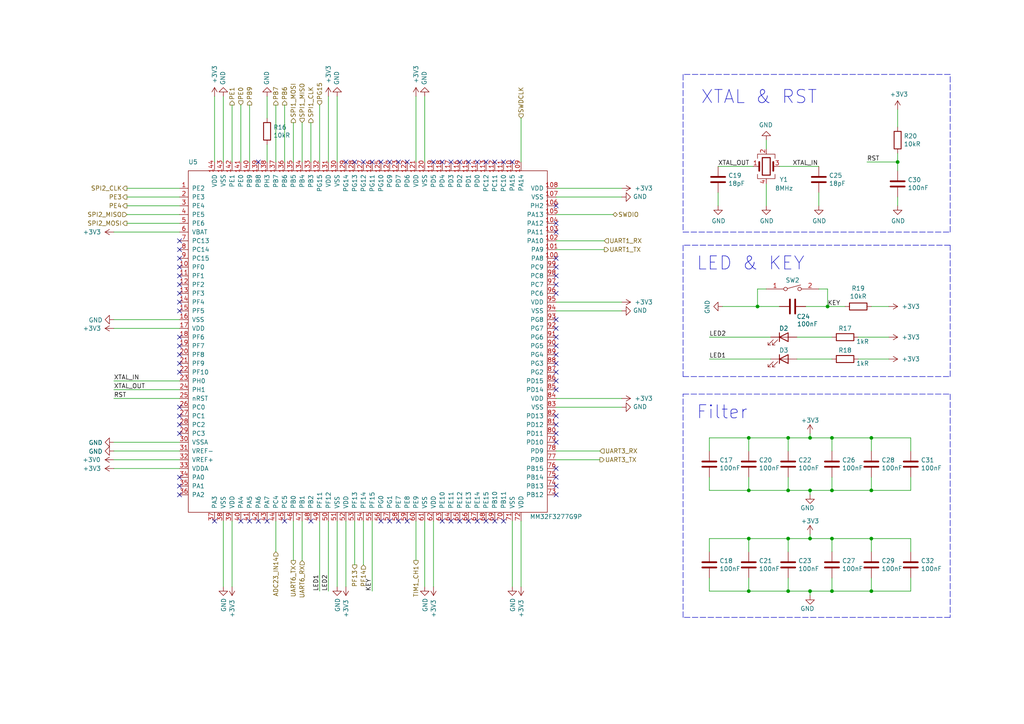
<source format=kicad_sch>
(kicad_sch (version 20211123) (generator eeschema)

  (uuid f48f1d12-9008-4743-81e2-bdec45db64a1)

  (paper "A4")

  (title_block
    (title "MM32_Board")
    (date "2022-01-11")
    (rev "1.0.2")
  )

  (lib_symbols
    (symbol "Device:C" (pin_numbers hide) (pin_names (offset 0.254)) (in_bom yes) (on_board yes)
      (property "Reference" "C" (id 0) (at 0.635 2.54 0)
        (effects (font (size 1.27 1.27)) (justify left))
      )
      (property "Value" "C" (id 1) (at 0.635 -2.54 0)
        (effects (font (size 1.27 1.27)) (justify left))
      )
      (property "Footprint" "" (id 2) (at 0.9652 -3.81 0)
        (effects (font (size 1.27 1.27)) hide)
      )
      (property "Datasheet" "~" (id 3) (at 0 0 0)
        (effects (font (size 1.27 1.27)) hide)
      )
      (property "ki_keywords" "cap capacitor" (id 4) (at 0 0 0)
        (effects (font (size 1.27 1.27)) hide)
      )
      (property "ki_description" "Unpolarized capacitor" (id 5) (at 0 0 0)
        (effects (font (size 1.27 1.27)) hide)
      )
      (property "ki_fp_filters" "C_*" (id 6) (at 0 0 0)
        (effects (font (size 1.27 1.27)) hide)
      )
      (symbol "C_0_1"
        (polyline
          (pts
            (xy -2.032 -0.762)
            (xy 2.032 -0.762)
          )
          (stroke (width 0.508) (type default) (color 0 0 0 0))
          (fill (type none))
        )
        (polyline
          (pts
            (xy -2.032 0.762)
            (xy 2.032 0.762)
          )
          (stroke (width 0.508) (type default) (color 0 0 0 0))
          (fill (type none))
        )
      )
      (symbol "C_1_1"
        (pin passive line (at 0 3.81 270) (length 2.794)
          (name "~" (effects (font (size 1.27 1.27))))
          (number "1" (effects (font (size 1.27 1.27))))
        )
        (pin passive line (at 0 -3.81 90) (length 2.794)
          (name "~" (effects (font (size 1.27 1.27))))
          (number "2" (effects (font (size 1.27 1.27))))
        )
      )
    )
    (symbol "Device:Crystal_GND24" (pin_names (offset 1.016) hide) (in_bom yes) (on_board yes)
      (property "Reference" "Y" (id 0) (at 3.175 5.08 0)
        (effects (font (size 1.27 1.27)) (justify left))
      )
      (property "Value" "Crystal_GND24" (id 1) (at 3.175 3.175 0)
        (effects (font (size 1.27 1.27)) (justify left))
      )
      (property "Footprint" "" (id 2) (at 0 0 0)
        (effects (font (size 1.27 1.27)) hide)
      )
      (property "Datasheet" "~" (id 3) (at 0 0 0)
        (effects (font (size 1.27 1.27)) hide)
      )
      (property "ki_keywords" "quartz ceramic resonator oscillator" (id 4) (at 0 0 0)
        (effects (font (size 1.27 1.27)) hide)
      )
      (property "ki_description" "Four pin crystal, GND on pins 2 and 4" (id 5) (at 0 0 0)
        (effects (font (size 1.27 1.27)) hide)
      )
      (property "ki_fp_filters" "Crystal*" (id 6) (at 0 0 0)
        (effects (font (size 1.27 1.27)) hide)
      )
      (symbol "Crystal_GND24_0_1"
        (rectangle (start -1.143 2.54) (end 1.143 -2.54)
          (stroke (width 0.3048) (type default) (color 0 0 0 0))
          (fill (type none))
        )
        (polyline
          (pts
            (xy -2.54 0)
            (xy -2.032 0)
          )
          (stroke (width 0) (type default) (color 0 0 0 0))
          (fill (type none))
        )
        (polyline
          (pts
            (xy -2.032 -1.27)
            (xy -2.032 1.27)
          )
          (stroke (width 0.508) (type default) (color 0 0 0 0))
          (fill (type none))
        )
        (polyline
          (pts
            (xy 0 -3.81)
            (xy 0 -3.556)
          )
          (stroke (width 0) (type default) (color 0 0 0 0))
          (fill (type none))
        )
        (polyline
          (pts
            (xy 0 3.556)
            (xy 0 3.81)
          )
          (stroke (width 0) (type default) (color 0 0 0 0))
          (fill (type none))
        )
        (polyline
          (pts
            (xy 2.032 -1.27)
            (xy 2.032 1.27)
          )
          (stroke (width 0.508) (type default) (color 0 0 0 0))
          (fill (type none))
        )
        (polyline
          (pts
            (xy 2.032 0)
            (xy 2.54 0)
          )
          (stroke (width 0) (type default) (color 0 0 0 0))
          (fill (type none))
        )
        (polyline
          (pts
            (xy -2.54 -2.286)
            (xy -2.54 -3.556)
            (xy 2.54 -3.556)
            (xy 2.54 -2.286)
          )
          (stroke (width 0) (type default) (color 0 0 0 0))
          (fill (type none))
        )
        (polyline
          (pts
            (xy -2.54 2.286)
            (xy -2.54 3.556)
            (xy 2.54 3.556)
            (xy 2.54 2.286)
          )
          (stroke (width 0) (type default) (color 0 0 0 0))
          (fill (type none))
        )
      )
      (symbol "Crystal_GND24_1_1"
        (pin passive line (at -3.81 0 0) (length 1.27)
          (name "1" (effects (font (size 1.27 1.27))))
          (number "1" (effects (font (size 1.27 1.27))))
        )
        (pin passive line (at 0 5.08 270) (length 1.27)
          (name "2" (effects (font (size 1.27 1.27))))
          (number "2" (effects (font (size 1.27 1.27))))
        )
        (pin passive line (at 3.81 0 180) (length 1.27)
          (name "3" (effects (font (size 1.27 1.27))))
          (number "3" (effects (font (size 1.27 1.27))))
        )
        (pin passive line (at 0 -5.08 90) (length 1.27)
          (name "4" (effects (font (size 1.27 1.27))))
          (number "4" (effects (font (size 1.27 1.27))))
        )
      )
    )
    (symbol "Device:LED" (pin_numbers hide) (pin_names (offset 1.016) hide) (in_bom yes) (on_board yes)
      (property "Reference" "D" (id 0) (at 0 2.54 0)
        (effects (font (size 1.27 1.27)))
      )
      (property "Value" "LED" (id 1) (at 0 -2.54 0)
        (effects (font (size 1.27 1.27)))
      )
      (property "Footprint" "" (id 2) (at 0 0 0)
        (effects (font (size 1.27 1.27)) hide)
      )
      (property "Datasheet" "~" (id 3) (at 0 0 0)
        (effects (font (size 1.27 1.27)) hide)
      )
      (property "ki_keywords" "LED diode" (id 4) (at 0 0 0)
        (effects (font (size 1.27 1.27)) hide)
      )
      (property "ki_description" "Light emitting diode" (id 5) (at 0 0 0)
        (effects (font (size 1.27 1.27)) hide)
      )
      (property "ki_fp_filters" "LED* LED_SMD:* LED_THT:*" (id 6) (at 0 0 0)
        (effects (font (size 1.27 1.27)) hide)
      )
      (symbol "LED_0_1"
        (polyline
          (pts
            (xy -1.27 -1.27)
            (xy -1.27 1.27)
          )
          (stroke (width 0.254) (type default) (color 0 0 0 0))
          (fill (type none))
        )
        (polyline
          (pts
            (xy -1.27 0)
            (xy 1.27 0)
          )
          (stroke (width 0) (type default) (color 0 0 0 0))
          (fill (type none))
        )
        (polyline
          (pts
            (xy 1.27 -1.27)
            (xy 1.27 1.27)
            (xy -1.27 0)
            (xy 1.27 -1.27)
          )
          (stroke (width 0.254) (type default) (color 0 0 0 0))
          (fill (type none))
        )
        (polyline
          (pts
            (xy -3.048 -0.762)
            (xy -4.572 -2.286)
            (xy -3.81 -2.286)
            (xy -4.572 -2.286)
            (xy -4.572 -1.524)
          )
          (stroke (width 0) (type default) (color 0 0 0 0))
          (fill (type none))
        )
        (polyline
          (pts
            (xy -1.778 -0.762)
            (xy -3.302 -2.286)
            (xy -2.54 -2.286)
            (xy -3.302 -2.286)
            (xy -3.302 -1.524)
          )
          (stroke (width 0) (type default) (color 0 0 0 0))
          (fill (type none))
        )
      )
      (symbol "LED_1_1"
        (pin passive line (at -3.81 0 0) (length 2.54)
          (name "K" (effects (font (size 1.27 1.27))))
          (number "1" (effects (font (size 1.27 1.27))))
        )
        (pin passive line (at 3.81 0 180) (length 2.54)
          (name "A" (effects (font (size 1.27 1.27))))
          (number "2" (effects (font (size 1.27 1.27))))
        )
      )
    )
    (symbol "Device:R" (pin_numbers hide) (pin_names (offset 0)) (in_bom yes) (on_board yes)
      (property "Reference" "R" (id 0) (at 2.032 0 90)
        (effects (font (size 1.27 1.27)))
      )
      (property "Value" "R" (id 1) (at 0 0 90)
        (effects (font (size 1.27 1.27)))
      )
      (property "Footprint" "" (id 2) (at -1.778 0 90)
        (effects (font (size 1.27 1.27)) hide)
      )
      (property "Datasheet" "~" (id 3) (at 0 0 0)
        (effects (font (size 1.27 1.27)) hide)
      )
      (property "ki_keywords" "R res resistor" (id 4) (at 0 0 0)
        (effects (font (size 1.27 1.27)) hide)
      )
      (property "ki_description" "Resistor" (id 5) (at 0 0 0)
        (effects (font (size 1.27 1.27)) hide)
      )
      (property "ki_fp_filters" "R_*" (id 6) (at 0 0 0)
        (effects (font (size 1.27 1.27)) hide)
      )
      (symbol "R_0_1"
        (rectangle (start -1.016 -2.54) (end 1.016 2.54)
          (stroke (width 0.254) (type default) (color 0 0 0 0))
          (fill (type none))
        )
      )
      (symbol "R_1_1"
        (pin passive line (at 0 3.81 270) (length 1.27)
          (name "~" (effects (font (size 1.27 1.27))))
          (number "1" (effects (font (size 1.27 1.27))))
        )
        (pin passive line (at 0 -3.81 90) (length 1.27)
          (name "~" (effects (font (size 1.27 1.27))))
          (number "2" (effects (font (size 1.27 1.27))))
        )
      )
    )
    (symbol "MM32_Periph:MM32F3277G9P" (pin_names (offset 1.016)) (in_bom yes) (on_board yes)
      (property "Reference" "U" (id 0) (at 1.27 104.14 0)
        (effects (font (size 1.27 1.27)))
      )
      (property "Value" "MM32F3277G9P" (id 1) (at 107.95 -2.54 0)
        (effects (font (size 1.27 1.27)))
      )
      (property "Footprint" "Package_QFP:LQFP-144_20x20mm_P0.5mm" (id 2) (at 121.92 -5.08 0)
        (effects (font (size 1.27 1.27)) hide)
      )
      (property "Datasheet" "" (id 3) (at 160.02 31.75 0)
        (effects (font (size 1.27 1.27)) hide)
      )
      (symbol "MM32F3277G9P_0_0"
        (pin bidirectional line (at -2.54 71.12 0) (length 2.54)
          (name "PF0" (effects (font (size 1.27 1.27))))
          (number "10" (effects (font (size 1.27 1.27))))
        )
        (pin bidirectional line (at 106.68 73.66 180) (length 2.54)
          (name "PA8" (effects (font (size 1.27 1.27))))
          (number "100" (effects (font (size 1.27 1.27))))
        )
        (pin bidirectional line (at 106.68 76.2 180) (length 2.54)
          (name "PA9" (effects (font (size 1.27 1.27))))
          (number "101" (effects (font (size 1.27 1.27))))
        )
        (pin bidirectional line (at 106.68 78.74 180) (length 2.54)
          (name "PA10" (effects (font (size 1.27 1.27))))
          (number "102" (effects (font (size 1.27 1.27))))
        )
        (pin bidirectional line (at 106.68 81.28 180) (length 2.54)
          (name "PA11" (effects (font (size 1.27 1.27))))
          (number "103" (effects (font (size 1.27 1.27))))
        )
        (pin bidirectional line (at 106.68 83.82 180) (length 2.54)
          (name "PA12" (effects (font (size 1.27 1.27))))
          (number "104" (effects (font (size 1.27 1.27))))
        )
        (pin bidirectional line (at 106.68 86.36 180) (length 2.54)
          (name "PA13" (effects (font (size 1.27 1.27))))
          (number "105" (effects (font (size 1.27 1.27))))
        )
        (pin bidirectional line (at 106.68 88.9 180) (length 2.54)
          (name "PH2" (effects (font (size 1.27 1.27))))
          (number "106" (effects (font (size 1.27 1.27))))
        )
        (pin power_in line (at 106.68 91.44 180) (length 2.54)
          (name "VSS" (effects (font (size 1.27 1.27))))
          (number "107" (effects (font (size 1.27 1.27))))
        )
        (pin power_in line (at 106.68 93.98 180) (length 2.54)
          (name "VDD" (effects (font (size 1.27 1.27))))
          (number "108" (effects (font (size 1.27 1.27))))
        )
        (pin bidirectional line (at 96.52 101.6 270) (length 2.54)
          (name "PA14" (effects (font (size 1.27 1.27))))
          (number "109" (effects (font (size 1.27 1.27))))
        )
        (pin bidirectional line (at -2.54 68.58 0) (length 2.54)
          (name "PF1" (effects (font (size 1.27 1.27))))
          (number "11" (effects (font (size 1.27 1.27))))
        )
        (pin bidirectional line (at 93.98 101.6 270) (length 2.54)
          (name "PA15" (effects (font (size 1.27 1.27))))
          (number "110" (effects (font (size 1.27 1.27))))
        )
        (pin bidirectional line (at 91.44 101.6 270) (length 2.54)
          (name "PC10" (effects (font (size 1.27 1.27))))
          (number "111" (effects (font (size 1.27 1.27))))
        )
        (pin bidirectional line (at 88.9 101.6 270) (length 2.54)
          (name "PC11" (effects (font (size 1.27 1.27))))
          (number "112" (effects (font (size 1.27 1.27))))
        )
        (pin bidirectional line (at 86.36 101.6 270) (length 2.54)
          (name "PC12" (effects (font (size 1.27 1.27))))
          (number "113" (effects (font (size 1.27 1.27))))
        )
        (pin bidirectional line (at 83.82 101.6 270) (length 2.54)
          (name "PD0" (effects (font (size 1.27 1.27))))
          (number "114" (effects (font (size 1.27 1.27))))
        )
        (pin bidirectional line (at 81.28 101.6 270) (length 2.54)
          (name "PD1" (effects (font (size 1.27 1.27))))
          (number "115" (effects (font (size 1.27 1.27))))
        )
        (pin bidirectional line (at 78.74 101.6 270) (length 2.54)
          (name "PD2" (effects (font (size 1.27 1.27))))
          (number "116" (effects (font (size 1.27 1.27))))
        )
        (pin bidirectional line (at 76.2 101.6 270) (length 2.54)
          (name "PD3" (effects (font (size 1.27 1.27))))
          (number "117" (effects (font (size 1.27 1.27))))
        )
        (pin bidirectional line (at 73.66 101.6 270) (length 2.54)
          (name "PD4" (effects (font (size 1.27 1.27))))
          (number "118" (effects (font (size 1.27 1.27))))
        )
        (pin bidirectional line (at 71.12 101.6 270) (length 2.54)
          (name "PD5" (effects (font (size 1.27 1.27))))
          (number "119" (effects (font (size 1.27 1.27))))
        )
        (pin bidirectional line (at -2.54 66.04 0) (length 2.54)
          (name "PF2" (effects (font (size 1.27 1.27))))
          (number "12" (effects (font (size 1.27 1.27))))
        )
        (pin power_in line (at 68.58 101.6 270) (length 2.54)
          (name "VSS" (effects (font (size 1.27 1.27))))
          (number "120" (effects (font (size 1.27 1.27))))
        )
        (pin power_in line (at 66.04 101.6 270) (length 2.54)
          (name "VDD" (effects (font (size 1.27 1.27))))
          (number "121" (effects (font (size 1.27 1.27))))
        )
        (pin bidirectional line (at 63.5 101.6 270) (length 2.54)
          (name "PD6" (effects (font (size 1.27 1.27))))
          (number "122" (effects (font (size 1.27 1.27))))
        )
        (pin bidirectional line (at 60.96 101.6 270) (length 2.54)
          (name "PD7" (effects (font (size 1.27 1.27))))
          (number "123" (effects (font (size 1.27 1.27))))
        )
        (pin bidirectional line (at 58.42 101.6 270) (length 2.54)
          (name "PG9" (effects (font (size 1.27 1.27))))
          (number "124" (effects (font (size 1.27 1.27))))
        )
        (pin bidirectional line (at 55.88 101.6 270) (length 2.54)
          (name "PG10" (effects (font (size 1.27 1.27))))
          (number "125" (effects (font (size 1.27 1.27))))
        )
        (pin bidirectional line (at 53.34 101.6 270) (length 2.54)
          (name "PG11" (effects (font (size 1.27 1.27))))
          (number "126" (effects (font (size 1.27 1.27))))
        )
        (pin bidirectional line (at 50.8 101.6 270) (length 2.54)
          (name "PG12" (effects (font (size 1.27 1.27))))
          (number "127" (effects (font (size 1.27 1.27))))
        )
        (pin bidirectional line (at 48.26 101.6 270) (length 2.54)
          (name "PG13" (effects (font (size 1.27 1.27))))
          (number "128" (effects (font (size 1.27 1.27))))
        )
        (pin bidirectional line (at 45.72 101.6 270) (length 2.54)
          (name "PG14" (effects (font (size 1.27 1.27))))
          (number "129" (effects (font (size 1.27 1.27))))
        )
        (pin bidirectional line (at -2.54 63.5 0) (length 2.54)
          (name "PF3" (effects (font (size 1.27 1.27))))
          (number "13" (effects (font (size 1.27 1.27))))
        )
        (pin power_in line (at 43.18 101.6 270) (length 2.54)
          (name "VSS" (effects (font (size 1.27 1.27))))
          (number "130" (effects (font (size 1.27 1.27))))
        )
        (pin power_in line (at 40.64 101.6 270) (length 2.54)
          (name "VDD" (effects (font (size 1.27 1.27))))
          (number "131" (effects (font (size 1.27 1.27))))
        )
        (pin bidirectional line (at 38.1 101.6 270) (length 2.54)
          (name "PG15" (effects (font (size 1.27 1.27))))
          (number "132" (effects (font (size 1.27 1.27))))
        )
        (pin bidirectional line (at 35.56 101.6 270) (length 2.54)
          (name "PB3" (effects (font (size 1.27 1.27))))
          (number "133" (effects (font (size 1.27 1.27))))
        )
        (pin bidirectional line (at 33.02 101.6 270) (length 2.54)
          (name "PB4" (effects (font (size 1.27 1.27))))
          (number "134" (effects (font (size 1.27 1.27))))
        )
        (pin bidirectional line (at 30.48 101.6 270) (length 2.54)
          (name "PB5" (effects (font (size 1.27 1.27))))
          (number "135" (effects (font (size 1.27 1.27))))
        )
        (pin bidirectional line (at 27.94 101.6 270) (length 2.54)
          (name "PB6" (effects (font (size 1.27 1.27))))
          (number "136" (effects (font (size 1.27 1.27))))
        )
        (pin bidirectional line (at 25.4 101.6 270) (length 2.54)
          (name "PB7" (effects (font (size 1.27 1.27))))
          (number "137" (effects (font (size 1.27 1.27))))
        )
        (pin bidirectional line (at 22.86 101.6 270) (length 2.54)
          (name "PH3" (effects (font (size 1.27 1.27))))
          (number "138" (effects (font (size 1.27 1.27))))
        )
        (pin bidirectional line (at 20.32 101.6 270) (length 2.54)
          (name "PB8" (effects (font (size 1.27 1.27))))
          (number "139" (effects (font (size 1.27 1.27))))
        )
        (pin bidirectional line (at -2.54 60.96 0) (length 2.54)
          (name "PF4" (effects (font (size 1.27 1.27))))
          (number "14" (effects (font (size 1.27 1.27))))
        )
        (pin bidirectional line (at 17.78 101.6 270) (length 2.54)
          (name "PB9" (effects (font (size 1.27 1.27))))
          (number "140" (effects (font (size 1.27 1.27))))
        )
        (pin bidirectional line (at 15.24 101.6 270) (length 2.54)
          (name "PE0" (effects (font (size 1.27 1.27))))
          (number "141" (effects (font (size 1.27 1.27))))
        )
        (pin bidirectional line (at 12.7 101.6 270) (length 2.54)
          (name "PE1" (effects (font (size 1.27 1.27))))
          (number "142" (effects (font (size 1.27 1.27))))
        )
        (pin power_in line (at 10.16 101.6 270) (length 2.54)
          (name "VSS" (effects (font (size 1.27 1.27))))
          (number "143" (effects (font (size 1.27 1.27))))
        )
        (pin power_in line (at 7.62 101.6 270) (length 2.54)
          (name "VDD" (effects (font (size 1.27 1.27))))
          (number "144" (effects (font (size 1.27 1.27))))
        )
        (pin bidirectional line (at -2.54 58.42 0) (length 2.54)
          (name "PF5" (effects (font (size 1.27 1.27))))
          (number "15" (effects (font (size 1.27 1.27))))
        )
        (pin power_in line (at -2.54 55.88 0) (length 2.54)
          (name "VSS" (effects (font (size 1.27 1.27))))
          (number "16" (effects (font (size 1.27 1.27))))
        )
        (pin power_in line (at -2.54 53.34 0) (length 2.54)
          (name "VDD" (effects (font (size 1.27 1.27))))
          (number "17" (effects (font (size 1.27 1.27))))
        )
        (pin bidirectional line (at -2.54 50.8 0) (length 2.54)
          (name "PF6" (effects (font (size 1.27 1.27))))
          (number "18" (effects (font (size 1.27 1.27))))
        )
        (pin bidirectional line (at -2.54 48.26 0) (length 2.54)
          (name "PF7" (effects (font (size 1.27 1.27))))
          (number "19" (effects (font (size 1.27 1.27))))
        )
        (pin bidirectional line (at -2.54 91.44 0) (length 2.54)
          (name "PE3" (effects (font (size 1.27 1.27))))
          (number "2" (effects (font (size 1.27 1.27))))
        )
        (pin bidirectional line (at -2.54 45.72 0) (length 2.54)
          (name "PF8" (effects (font (size 1.27 1.27))))
          (number "20" (effects (font (size 1.27 1.27))))
        )
        (pin bidirectional line (at -2.54 43.18 0) (length 2.54)
          (name "PF9" (effects (font (size 1.27 1.27))))
          (number "21" (effects (font (size 1.27 1.27))))
        )
        (pin bidirectional line (at -2.54 40.64 0) (length 2.54)
          (name "PF10" (effects (font (size 1.27 1.27))))
          (number "22" (effects (font (size 1.27 1.27))))
        )
        (pin bidirectional line (at -2.54 38.1 0) (length 2.54)
          (name "PH0" (effects (font (size 1.27 1.27))))
          (number "23" (effects (font (size 1.27 1.27))))
        )
        (pin bidirectional line (at -2.54 35.56 0) (length 2.54)
          (name "PH1" (effects (font (size 1.27 1.27))))
          (number "24" (effects (font (size 1.27 1.27))))
        )
        (pin bidirectional line (at -2.54 33.02 0) (length 2.54)
          (name "nRST" (effects (font (size 1.27 1.27))))
          (number "25" (effects (font (size 1.27 1.27))))
        )
        (pin bidirectional line (at -2.54 30.48 0) (length 2.54)
          (name "PC0" (effects (font (size 1.27 1.27))))
          (number "26" (effects (font (size 1.27 1.27))))
        )
        (pin bidirectional line (at -2.54 27.94 0) (length 2.54)
          (name "PC1" (effects (font (size 1.27 1.27))))
          (number "27" (effects (font (size 1.27 1.27))))
        )
        (pin bidirectional line (at -2.54 25.4 0) (length 2.54)
          (name "PC2" (effects (font (size 1.27 1.27))))
          (number "28" (effects (font (size 1.27 1.27))))
        )
        (pin bidirectional line (at -2.54 22.86 0) (length 2.54)
          (name "PC3" (effects (font (size 1.27 1.27))))
          (number "29" (effects (font (size 1.27 1.27))))
        )
        (pin bidirectional line (at -2.54 88.9 0) (length 2.54)
          (name "PE4" (effects (font (size 1.27 1.27))))
          (number "3" (effects (font (size 1.27 1.27))))
        )
        (pin power_in line (at -2.54 20.32 0) (length 2.54)
          (name "VSSA" (effects (font (size 1.27 1.27))))
          (number "30" (effects (font (size 1.27 1.27))))
        )
        (pin power_in line (at -2.54 17.78 0) (length 2.54)
          (name "VREF-" (effects (font (size 1.27 1.27))))
          (number "31" (effects (font (size 1.27 1.27))))
        )
        (pin power_in line (at -2.54 15.24 0) (length 2.54)
          (name "VREF+" (effects (font (size 1.27 1.27))))
          (number "32" (effects (font (size 1.27 1.27))))
        )
        (pin power_in line (at -2.54 12.7 0) (length 2.54)
          (name "VDDA" (effects (font (size 1.27 1.27))))
          (number "33" (effects (font (size 1.27 1.27))))
        )
        (pin bidirectional line (at -2.54 10.16 0) (length 2.54)
          (name "PA0" (effects (font (size 1.27 1.27))))
          (number "34" (effects (font (size 1.27 1.27))))
        )
        (pin bidirectional line (at -2.54 7.62 0) (length 2.54)
          (name "PA1" (effects (font (size 1.27 1.27))))
          (number "35" (effects (font (size 1.27 1.27))))
        )
        (pin bidirectional line (at -2.54 5.08 0) (length 2.54)
          (name "PA2" (effects (font (size 1.27 1.27))))
          (number "36" (effects (font (size 1.27 1.27))))
        )
        (pin bidirectional line (at 7.62 -2.54 90) (length 2.54)
          (name "PA3" (effects (font (size 1.27 1.27))))
          (number "37" (effects (font (size 1.27 1.27))))
        )
        (pin power_in line (at 10.16 -2.54 90) (length 2.54)
          (name "VSS" (effects (font (size 1.27 1.27))))
          (number "38" (effects (font (size 1.27 1.27))))
        )
        (pin power_in line (at 12.7 -2.54 90) (length 2.54)
          (name "VDD" (effects (font (size 1.27 1.27))))
          (number "39" (effects (font (size 1.27 1.27))))
        )
        (pin bidirectional line (at -2.54 86.36 0) (length 2.54)
          (name "PE5" (effects (font (size 1.27 1.27))))
          (number "4" (effects (font (size 1.27 1.27))))
        )
        (pin bidirectional line (at 15.24 -2.54 90) (length 2.54)
          (name "PA4" (effects (font (size 1.27 1.27))))
          (number "40" (effects (font (size 1.27 1.27))))
        )
        (pin bidirectional line (at 17.78 -2.54 90) (length 2.54)
          (name "PA5" (effects (font (size 1.27 1.27))))
          (number "41" (effects (font (size 1.27 1.27))))
        )
        (pin bidirectional line (at 20.32 -2.54 90) (length 2.54)
          (name "PA6" (effects (font (size 1.27 1.27))))
          (number "42" (effects (font (size 1.27 1.27))))
        )
        (pin bidirectional line (at 22.86 -2.54 90) (length 2.54)
          (name "PA7" (effects (font (size 1.27 1.27))))
          (number "43" (effects (font (size 1.27 1.27))))
        )
        (pin bidirectional line (at 25.4 -2.54 90) (length 2.54)
          (name "PC4" (effects (font (size 1.27 1.27))))
          (number "44" (effects (font (size 1.27 1.27))))
        )
        (pin bidirectional line (at 27.94 -2.54 90) (length 2.54)
          (name "PC5" (effects (font (size 1.27 1.27))))
          (number "45" (effects (font (size 1.27 1.27))))
        )
        (pin bidirectional line (at 30.48 -2.54 90) (length 2.54)
          (name "PB0" (effects (font (size 1.27 1.27))))
          (number "46" (effects (font (size 1.27 1.27))))
        )
        (pin bidirectional line (at 33.02 -2.54 90) (length 2.54)
          (name "PB1" (effects (font (size 1.27 1.27))))
          (number "47" (effects (font (size 1.27 1.27))))
        )
        (pin bidirectional line (at 35.56 -2.54 90) (length 2.54)
          (name "PB2" (effects (font (size 1.27 1.27))))
          (number "48" (effects (font (size 1.27 1.27))))
        )
        (pin bidirectional line (at 38.1 -2.54 90) (length 2.54)
          (name "PF11" (effects (font (size 1.27 1.27))))
          (number "49" (effects (font (size 1.27 1.27))))
        )
        (pin bidirectional line (at -2.54 83.82 0) (length 2.54)
          (name "PE6" (effects (font (size 1.27 1.27))))
          (number "5" (effects (font (size 1.27 1.27))))
        )
        (pin bidirectional line (at 40.64 -2.54 90) (length 2.54)
          (name "PF12" (effects (font (size 1.27 1.27))))
          (number "50" (effects (font (size 1.27 1.27))))
        )
        (pin power_in line (at 43.18 -2.54 90) (length 2.54)
          (name "VSS" (effects (font (size 1.27 1.27))))
          (number "51" (effects (font (size 1.27 1.27))))
        )
        (pin power_in line (at 45.72 -2.54 90) (length 2.54)
          (name "VDD" (effects (font (size 1.27 1.27))))
          (number "52" (effects (font (size 1.27 1.27))))
        )
        (pin bidirectional line (at 48.26 -2.54 90) (length 2.54)
          (name "PF13" (effects (font (size 1.27 1.27))))
          (number "53" (effects (font (size 1.27 1.27))))
        )
        (pin bidirectional line (at 50.8 -2.54 90) (length 2.54)
          (name "PF14" (effects (font (size 1.27 1.27))))
          (number "54" (effects (font (size 1.27 1.27))))
        )
        (pin bidirectional line (at 53.34 -2.54 90) (length 2.54)
          (name "PF15" (effects (font (size 1.27 1.27))))
          (number "55" (effects (font (size 1.27 1.27))))
        )
        (pin bidirectional line (at 55.88 -2.54 90) (length 2.54)
          (name "PG0" (effects (font (size 1.27 1.27))))
          (number "56" (effects (font (size 1.27 1.27))))
        )
        (pin bidirectional line (at 58.42 -2.54 90) (length 2.54)
          (name "PG1" (effects (font (size 1.27 1.27))))
          (number "57" (effects (font (size 1.27 1.27))))
        )
        (pin bidirectional line (at 60.96 -2.54 90) (length 2.54)
          (name "PE7" (effects (font (size 1.27 1.27))))
          (number "58" (effects (font (size 1.27 1.27))))
        )
        (pin bidirectional line (at 63.5 -2.54 90) (length 2.54)
          (name "PE8" (effects (font (size 1.27 1.27))))
          (number "59" (effects (font (size 1.27 1.27))))
        )
        (pin power_in line (at -2.54 81.28 0) (length 2.54)
          (name "VBAT" (effects (font (size 1.27 1.27))))
          (number "6" (effects (font (size 1.27 1.27))))
        )
        (pin bidirectional line (at 66.04 -2.54 90) (length 2.54)
          (name "PE9" (effects (font (size 1.27 1.27))))
          (number "60" (effects (font (size 1.27 1.27))))
        )
        (pin power_in line (at 68.58 -2.54 90) (length 2.54)
          (name "VSS" (effects (font (size 1.27 1.27))))
          (number "61" (effects (font (size 1.27 1.27))))
        )
        (pin power_in line (at 71.12 -2.54 90) (length 2.54)
          (name "VDD" (effects (font (size 1.27 1.27))))
          (number "62" (effects (font (size 1.27 1.27))))
        )
        (pin bidirectional line (at 73.66 -2.54 90) (length 2.54)
          (name "PE10" (effects (font (size 1.27 1.27))))
          (number "63" (effects (font (size 1.27 1.27))))
        )
        (pin bidirectional line (at 76.2 -2.54 90) (length 2.54)
          (name "PE11" (effects (font (size 1.27 1.27))))
          (number "64" (effects (font (size 1.27 1.27))))
        )
        (pin bidirectional line (at 78.74 -2.54 90) (length 2.54)
          (name "PE12" (effects (font (size 1.27 1.27))))
          (number "65" (effects (font (size 1.27 1.27))))
        )
        (pin bidirectional line (at 81.28 -2.54 90) (length 2.54)
          (name "PE13" (effects (font (size 1.27 1.27))))
          (number "66" (effects (font (size 1.27 1.27))))
        )
        (pin bidirectional line (at 83.82 -2.54 90) (length 2.54)
          (name "PE14" (effects (font (size 1.27 1.27))))
          (number "67" (effects (font (size 1.27 1.27))))
        )
        (pin bidirectional line (at 86.36 -2.54 90) (length 2.54)
          (name "PE15" (effects (font (size 1.27 1.27))))
          (number "68" (effects (font (size 1.27 1.27))))
        )
        (pin bidirectional line (at 88.9 -2.54 90) (length 2.54)
          (name "PB10" (effects (font (size 1.27 1.27))))
          (number "69" (effects (font (size 1.27 1.27))))
        )
        (pin bidirectional line (at -2.54 78.74 0) (length 2.54)
          (name "PC13" (effects (font (size 1.27 1.27))))
          (number "7" (effects (font (size 1.27 1.27))))
        )
        (pin bidirectional line (at 91.44 -2.54 90) (length 2.54)
          (name "PB11" (effects (font (size 1.27 1.27))))
          (number "70" (effects (font (size 1.27 1.27))))
        )
        (pin power_in line (at 93.98 -2.54 90) (length 2.54)
          (name "VSS" (effects (font (size 1.27 1.27))))
          (number "71" (effects (font (size 1.27 1.27))))
        )
        (pin power_in line (at 96.52 -2.54 90) (length 2.54)
          (name "VDD" (effects (font (size 1.27 1.27))))
          (number "72" (effects (font (size 1.27 1.27))))
        )
        (pin bidirectional line (at 106.68 5.08 180) (length 2.54)
          (name "PB12" (effects (font (size 1.27 1.27))))
          (number "73" (effects (font (size 1.27 1.27))))
        )
        (pin bidirectional line (at 106.68 7.62 180) (length 2.54)
          (name "PB13" (effects (font (size 1.27 1.27))))
          (number "74" (effects (font (size 1.27 1.27))))
        )
        (pin bidirectional line (at 106.68 10.16 180) (length 2.54)
          (name "PB14" (effects (font (size 1.27 1.27))))
          (number "75" (effects (font (size 1.27 1.27))))
        )
        (pin bidirectional line (at 106.68 12.7 180) (length 2.54)
          (name "PB15" (effects (font (size 1.27 1.27))))
          (number "76" (effects (font (size 1.27 1.27))))
        )
        (pin bidirectional line (at 106.68 15.24 180) (length 2.54)
          (name "PD8" (effects (font (size 1.27 1.27))))
          (number "77" (effects (font (size 1.27 1.27))))
        )
        (pin bidirectional line (at 106.68 17.78 180) (length 2.54)
          (name "PD9" (effects (font (size 1.27 1.27))))
          (number "78" (effects (font (size 1.27 1.27))))
        )
        (pin bidirectional line (at 106.68 20.32 180) (length 2.54)
          (name "PD10" (effects (font (size 1.27 1.27))))
          (number "79" (effects (font (size 1.27 1.27))))
        )
        (pin bidirectional line (at -2.54 76.2 0) (length 2.54)
          (name "PC14" (effects (font (size 1.27 1.27))))
          (number "8" (effects (font (size 1.27 1.27))))
        )
        (pin bidirectional line (at 106.68 22.86 180) (length 2.54)
          (name "PD11" (effects (font (size 1.27 1.27))))
          (number "80" (effects (font (size 1.27 1.27))))
        )
        (pin bidirectional line (at 106.68 25.4 180) (length 2.54)
          (name "PD12" (effects (font (size 1.27 1.27))))
          (number "81" (effects (font (size 1.27 1.27))))
        )
        (pin bidirectional line (at 106.68 27.94 180) (length 2.54)
          (name "PD13" (effects (font (size 1.27 1.27))))
          (number "82" (effects (font (size 1.27 1.27))))
        )
        (pin power_in line (at 106.68 30.48 180) (length 2.54)
          (name "VSS" (effects (font (size 1.27 1.27))))
          (number "83" (effects (font (size 1.27 1.27))))
        )
        (pin power_in line (at 106.68 33.02 180) (length 2.54)
          (name "VDD" (effects (font (size 1.27 1.27))))
          (number "84" (effects (font (size 1.27 1.27))))
        )
        (pin bidirectional line (at 106.68 35.56 180) (length 2.54)
          (name "PD14" (effects (font (size 1.27 1.27))))
          (number "85" (effects (font (size 1.27 1.27))))
        )
        (pin bidirectional line (at 106.68 38.1 180) (length 2.54)
          (name "PD15" (effects (font (size 1.27 1.27))))
          (number "86" (effects (font (size 1.27 1.27))))
        )
        (pin bidirectional line (at 106.68 40.64 180) (length 2.54)
          (name "PG2" (effects (font (size 1.27 1.27))))
          (number "87" (effects (font (size 1.27 1.27))))
        )
        (pin bidirectional line (at 106.68 43.18 180) (length 2.54)
          (name "PG3" (effects (font (size 1.27 1.27))))
          (number "88" (effects (font (size 1.27 1.27))))
        )
        (pin bidirectional line (at 106.68 45.72 180) (length 2.54)
          (name "PG4" (effects (font (size 1.27 1.27))))
          (number "89" (effects (font (size 1.27 1.27))))
        )
        (pin bidirectional line (at -2.54 73.66 0) (length 2.54)
          (name "PC15" (effects (font (size 1.27 1.27))))
          (number "9" (effects (font (size 1.27 1.27))))
        )
        (pin bidirectional line (at 106.68 48.26 180) (length 2.54)
          (name "PG5" (effects (font (size 1.27 1.27))))
          (number "90" (effects (font (size 1.27 1.27))))
        )
        (pin bidirectional line (at 106.68 50.8 180) (length 2.54)
          (name "PG6" (effects (font (size 1.27 1.27))))
          (number "91" (effects (font (size 1.27 1.27))))
        )
        (pin bidirectional line (at 106.68 53.34 180) (length 2.54)
          (name "PG7" (effects (font (size 1.27 1.27))))
          (number "92" (effects (font (size 1.27 1.27))))
        )
        (pin bidirectional line (at 106.68 55.88 180) (length 2.54)
          (name "PG8" (effects (font (size 1.27 1.27))))
          (number "93" (effects (font (size 1.27 1.27))))
        )
        (pin power_in line (at 106.68 58.42 180) (length 2.54)
          (name "VSS" (effects (font (size 1.27 1.27))))
          (number "94" (effects (font (size 1.27 1.27))))
        )
        (pin power_in line (at 106.68 60.96 180) (length 2.54)
          (name "VDD" (effects (font (size 1.27 1.27))))
          (number "95" (effects (font (size 1.27 1.27))))
        )
        (pin bidirectional line (at 106.68 63.5 180) (length 2.54)
          (name "PC6" (effects (font (size 1.27 1.27))))
          (number "96" (effects (font (size 1.27 1.27))))
        )
        (pin bidirectional line (at 106.68 66.04 180) (length 2.54)
          (name "PC7" (effects (font (size 1.27 1.27))))
          (number "97" (effects (font (size 1.27 1.27))))
        )
        (pin bidirectional line (at 106.68 68.58 180) (length 2.54)
          (name "PC8" (effects (font (size 1.27 1.27))))
          (number "98" (effects (font (size 1.27 1.27))))
        )
        (pin bidirectional line (at 106.68 71.12 180) (length 2.54)
          (name "PC9" (effects (font (size 1.27 1.27))))
          (number "99" (effects (font (size 1.27 1.27))))
        )
      )
      (symbol "MM32F3277G9P_0_1"
        (rectangle (start 0 99.06) (end 104.14 0)
          (stroke (width 0) (type default) (color 0 0 0 0))
          (fill (type none))
        )
      )
      (symbol "MM32F3277G9P_1_1"
        (pin bidirectional line (at -2.54 93.98 0) (length 2.54)
          (name "PE2" (effects (font (size 1.27 1.27))))
          (number "1" (effects (font (size 1.27 1.27))))
        )
      )
    )
    (symbol "Switch:SW_DIP_x01" (pin_names (offset 0) hide) (in_bom yes) (on_board yes)
      (property "Reference" "SW" (id 0) (at 0 3.81 0)
        (effects (font (size 1.27 1.27)))
      )
      (property "Value" "SW_DIP_x01" (id 1) (at 0 -3.81 0)
        (effects (font (size 1.27 1.27)))
      )
      (property "Footprint" "" (id 2) (at 0 0 0)
        (effects (font (size 1.27 1.27)) hide)
      )
      (property "Datasheet" "~" (id 3) (at 0 0 0)
        (effects (font (size 1.27 1.27)) hide)
      )
      (property "ki_keywords" "dip switch" (id 4) (at 0 0 0)
        (effects (font (size 1.27 1.27)) hide)
      )
      (property "ki_description" "1x DIP Switch, Single Pole Single Throw (SPST) switch, small symbol" (id 5) (at 0 0 0)
        (effects (font (size 1.27 1.27)) hide)
      )
      (property "ki_fp_filters" "SW?DIP?x1*" (id 6) (at 0 0 0)
        (effects (font (size 1.27 1.27)) hide)
      )
      (symbol "SW_DIP_x01_0_0"
        (circle (center -2.032 0) (radius 0.508)
          (stroke (width 0) (type default) (color 0 0 0 0))
          (fill (type none))
        )
        (polyline
          (pts
            (xy -1.524 0.127)
            (xy 2.3622 1.1684)
          )
          (stroke (width 0) (type default) (color 0 0 0 0))
          (fill (type none))
        )
        (circle (center 2.032 0) (radius 0.508)
          (stroke (width 0) (type default) (color 0 0 0 0))
          (fill (type none))
        )
      )
      (symbol "SW_DIP_x01_1_1"
        (pin passive line (at -7.62 0 0) (length 5.08)
          (name "~" (effects (font (size 1.27 1.27))))
          (number "1" (effects (font (size 1.27 1.27))))
        )
        (pin passive line (at 7.62 0 180) (length 5.08)
          (name "~" (effects (font (size 1.27 1.27))))
          (number "2" (effects (font (size 1.27 1.27))))
        )
      )
    )
    (symbol "power:+3.3V" (power) (pin_names (offset 0)) (in_bom yes) (on_board yes)
      (property "Reference" "#PWR" (id 0) (at 0 -3.81 0)
        (effects (font (size 1.27 1.27)) hide)
      )
      (property "Value" "+3.3V" (id 1) (at 0 3.556 0)
        (effects (font (size 1.27 1.27)))
      )
      (property "Footprint" "" (id 2) (at 0 0 0)
        (effects (font (size 1.27 1.27)) hide)
      )
      (property "Datasheet" "" (id 3) (at 0 0 0)
        (effects (font (size 1.27 1.27)) hide)
      )
      (property "ki_keywords" "power-flag" (id 4) (at 0 0 0)
        (effects (font (size 1.27 1.27)) hide)
      )
      (property "ki_description" "Power symbol creates a global label with name \"+3.3V\"" (id 5) (at 0 0 0)
        (effects (font (size 1.27 1.27)) hide)
      )
      (symbol "+3.3V_0_1"
        (polyline
          (pts
            (xy -0.762 1.27)
            (xy 0 2.54)
          )
          (stroke (width 0) (type default) (color 0 0 0 0))
          (fill (type none))
        )
        (polyline
          (pts
            (xy 0 0)
            (xy 0 2.54)
          )
          (stroke (width 0) (type default) (color 0 0 0 0))
          (fill (type none))
        )
        (polyline
          (pts
            (xy 0 2.54)
            (xy 0.762 1.27)
          )
          (stroke (width 0) (type default) (color 0 0 0 0))
          (fill (type none))
        )
      )
      (symbol "+3.3V_1_1"
        (pin power_in line (at 0 0 90) (length 0) hide
          (name "+3V3" (effects (font (size 1.27 1.27))))
          (number "1" (effects (font (size 1.27 1.27))))
        )
      )
    )
    (symbol "power:+3V0" (power) (pin_names (offset 0)) (in_bom yes) (on_board yes)
      (property "Reference" "#PWR" (id 0) (at 0 -3.81 0)
        (effects (font (size 1.27 1.27)) hide)
      )
      (property "Value" "+3V0" (id 1) (at 0 3.556 0)
        (effects (font (size 1.27 1.27)))
      )
      (property "Footprint" "" (id 2) (at 0 0 0)
        (effects (font (size 1.27 1.27)) hide)
      )
      (property "Datasheet" "" (id 3) (at 0 0 0)
        (effects (font (size 1.27 1.27)) hide)
      )
      (property "ki_keywords" "power-flag" (id 4) (at 0 0 0)
        (effects (font (size 1.27 1.27)) hide)
      )
      (property "ki_description" "Power symbol creates a global label with name \"+3V0\"" (id 5) (at 0 0 0)
        (effects (font (size 1.27 1.27)) hide)
      )
      (symbol "+3V0_0_1"
        (polyline
          (pts
            (xy -0.762 1.27)
            (xy 0 2.54)
          )
          (stroke (width 0) (type default) (color 0 0 0 0))
          (fill (type none))
        )
        (polyline
          (pts
            (xy 0 0)
            (xy 0 2.54)
          )
          (stroke (width 0) (type default) (color 0 0 0 0))
          (fill (type none))
        )
        (polyline
          (pts
            (xy 0 2.54)
            (xy 0.762 1.27)
          )
          (stroke (width 0) (type default) (color 0 0 0 0))
          (fill (type none))
        )
      )
      (symbol "+3V0_1_1"
        (pin power_in line (at 0 0 90) (length 0) hide
          (name "+3V0" (effects (font (size 1.27 1.27))))
          (number "1" (effects (font (size 1.27 1.27))))
        )
      )
    )
    (symbol "power:GND" (power) (pin_names (offset 0)) (in_bom yes) (on_board yes)
      (property "Reference" "#PWR" (id 0) (at 0 -6.35 0)
        (effects (font (size 1.27 1.27)) hide)
      )
      (property "Value" "GND" (id 1) (at 0 -3.81 0)
        (effects (font (size 1.27 1.27)))
      )
      (property "Footprint" "" (id 2) (at 0 0 0)
        (effects (font (size 1.27 1.27)) hide)
      )
      (property "Datasheet" "" (id 3) (at 0 0 0)
        (effects (font (size 1.27 1.27)) hide)
      )
      (property "ki_keywords" "power-flag" (id 4) (at 0 0 0)
        (effects (font (size 1.27 1.27)) hide)
      )
      (property "ki_description" "Power symbol creates a global label with name \"GND\" , ground" (id 5) (at 0 0 0)
        (effects (font (size 1.27 1.27)) hide)
      )
      (symbol "GND_0_1"
        (polyline
          (pts
            (xy 0 0)
            (xy 0 -1.27)
            (xy 1.27 -1.27)
            (xy 0 -2.54)
            (xy -1.27 -1.27)
            (xy 0 -1.27)
          )
          (stroke (width 0) (type default) (color 0 0 0 0))
          (fill (type none))
        )
      )
      (symbol "GND_1_1"
        (pin power_in line (at 0 0 270) (length 0) hide
          (name "GND" (effects (font (size 1.27 1.27))))
          (number "1" (effects (font (size 1.27 1.27))))
        )
      )
    )
  )

  (junction (at 217.17 142.24) (diameter 0) (color 0 0 0 0)
    (uuid 0ab1512b-eb91-4574-b11f-326e0ff10082)
  )
  (junction (at 234.95 142.24) (diameter 0) (color 0 0 0 0)
    (uuid 0bbd2e43-3eb0-4216-861b-a58366dbe43d)
  )
  (junction (at 234.95 127) (diameter 0) (color 0 0 0 0)
    (uuid 1020b588-7eb0-4b70-bbff-c77a867c3142)
  )
  (junction (at 241.3 142.24) (diameter 0) (color 0 0 0 0)
    (uuid 29ec1a54-dea0-4d1a-a3dc-a7441a09bb9e)
  )
  (junction (at 219.71 88.9) (diameter 0) (color 0 0 0 0)
    (uuid 356199c8-c0f7-4995-bef0-53ad752a30c5)
  )
  (junction (at 241.3 127) (diameter 0) (color 0 0 0 0)
    (uuid 36210d52-4f9a-42bc-a022-019a63c67fc2)
  )
  (junction (at 241.3 156.21) (diameter 0) (color 0 0 0 0)
    (uuid 3b19a97f-624a-48d9-8072-15bdeede0fff)
  )
  (junction (at 252.73 127) (diameter 0) (color 0 0 0 0)
    (uuid 3e147ce1-21a6-4e77-a3db-fd00d575cd22)
  )
  (junction (at 234.95 171.45) (diameter 0) (color 0 0 0 0)
    (uuid 4aee84d1-0859-48ac-a053-5a981ee1b24a)
  )
  (junction (at 217.17 171.45) (diameter 0) (color 0 0 0 0)
    (uuid 5290e0d7-1f24-4c0b-91ff-28c5a304ab9a)
  )
  (junction (at 260.35 46.99) (diameter 0) (color 0 0 0 0)
    (uuid 59ee13a4-660e-47e2-a73a-01cfe11439e9)
  )
  (junction (at 252.73 142.24) (diameter 0) (color 0 0 0 0)
    (uuid 5dffd1d6-faf9-418e-b9a0-84fb6b6b4454)
  )
  (junction (at 241.3 171.45) (diameter 0) (color 0 0 0 0)
    (uuid 69f75991-c8c0-49a9-aed8-daa6ca9a5d73)
  )
  (junction (at 240.03 88.9) (diameter 0) (color 0 0 0 0)
    (uuid 741879e3-3045-40c7-849d-7f437c35ee91)
  )
  (junction (at 252.73 156.21) (diameter 0) (color 0 0 0 0)
    (uuid 7684f860-395c-40b3-8cc0-a644dcdbc220)
  )
  (junction (at 228.6 127) (diameter 0) (color 0 0 0 0)
    (uuid a7cad282-51c3-4f24-be5e-311c2c5e959b)
  )
  (junction (at 228.6 156.21) (diameter 0) (color 0 0 0 0)
    (uuid acfcaba7-a8b8-4c21-a793-d3e0373f34dc)
  )
  (junction (at 228.6 171.45) (diameter 0) (color 0 0 0 0)
    (uuid ae293969-fa6d-4cb1-9969-16f8784d07e3)
  )
  (junction (at 217.17 127) (diameter 0) (color 0 0 0 0)
    (uuid b8382866-f10b-4adc-84fc-f6e5dd44681b)
  )
  (junction (at 228.6 142.24) (diameter 0) (color 0 0 0 0)
    (uuid b9f8b708-1745-43ec-9646-59495cbc6e07)
  )
  (junction (at 217.17 156.21) (diameter 0) (color 0 0 0 0)
    (uuid bb5e8a0f-2ed5-4c2a-91b7-cb63c4c66e15)
  )
  (junction (at 252.73 171.45) (diameter 0) (color 0 0 0 0)
    (uuid d4876469-b949-49ce-b8fe-43cb458692a4)
  )
  (junction (at 234.95 156.21) (diameter 0) (color 0 0 0 0)
    (uuid e6cd2cdd-d49b-4491-8a15-4c46254b5c0a)
  )

  (no_connect (at 52.07 97.79) (uuid 037a257a-ceb2-409c-ab24-48a743172dae))
  (no_connect (at 118.11 46.99) (uuid 062fbe79-da43-4e6a-bd6f-509557f2df9b))
  (no_connect (at 143.51 151.13) (uuid 09321bf4-1ea1-49b5-b1f9-ac29d6606a74))
  (no_connect (at 161.29 97.79) (uuid 11547ba3-d459-4ced-9333-92979d5b86e1))
  (no_connect (at 161.29 143.51) (uuid 16aa2316-1a67-45e5-b6c4-e59dd85814f4))
  (no_connect (at 77.47 151.13) (uuid 1a1da3ab-0792-420a-a2dd-c670f9cd52e8))
  (no_connect (at 115.57 151.13) (uuid 1d2d8ec8-1f1b-4d06-9a35-eff8e386bdb8))
  (no_connect (at 107.95 46.99) (uuid 207932d1-3fbf-4bd3-8ef6-a6601aaaae72))
  (no_connect (at 102.87 46.99) (uuid 21c9358c-c2dd-4df5-9cfe-ea9bd0b49374))
  (no_connect (at 110.49 151.13) (uuid 22614aba-2c26-4590-8e12-a7a6b6de48de))
  (no_connect (at 52.07 87.63) (uuid 226f524c-89b4-46ed-86fd-c8ea41059fd4))
  (no_connect (at 130.81 46.99) (uuid 2b894b8a-c098-4d9d-be0f-2ef41dea274e))
  (no_connect (at 100.33 46.99) (uuid 2f8ebbbf-0f11-4a15-9648-1d28e5593127))
  (no_connect (at 161.29 77.47) (uuid 2fea3f9c-a97b-4a77-88f7-98b3d8a00622))
  (no_connect (at 161.29 107.95) (uuid 33e40dd5-556d-4de0-ab08-235c61b7ba9f))
  (no_connect (at 133.35 151.13) (uuid 3742a313-c63e-4807-a7bf-be5a0ae2c781))
  (no_connect (at 161.29 100.33) (uuid 3a274653-eff3-4ffe-9be8-2bfd0950af0a))
  (no_connect (at 161.29 135.89) (uuid 3b909fd4-b382-4019-8708-80d1d9a9fe1c))
  (no_connect (at 115.57 46.99) (uuid 3ce4c631-4e8b-4ee6-a520-34bf7b12880c))
  (no_connect (at 52.07 100.33) (uuid 3d8571f7-688f-49ac-8d91-22508c277f45))
  (no_connect (at 118.11 151.13) (uuid 401b5a0c-f502-4551-9d61-fa50a303707e))
  (no_connect (at 52.07 120.65) (uuid 40800b4d-424c-4738-8041-4662989d2010))
  (no_connect (at 146.05 46.99) (uuid 4116bfc2-eab3-4c29-a983-44eacd9f10f5))
  (no_connect (at 105.41 46.99) (uuid 4266f6dc-b108-467a-bc4a-756158b1a271))
  (no_connect (at 52.07 102.87) (uuid 45899113-d22e-4a5b-822e-9aca23b124ee))
  (no_connect (at 161.29 67.31) (uuid 46a20b99-b616-4fa4-af79-eecf92b5c191))
  (no_connect (at 135.89 151.13) (uuid 5080cf4c-abda-4232-b279-44d0e6b9bde3))
  (no_connect (at 113.03 46.99) (uuid 51320c8c-9c4a-48b8-a7b8-e2c8d1f2e5ad))
  (no_connect (at 52.07 85.09) (uuid 57e17378-f1f7-42d0-9ad3-fb44c2d5cdc3))
  (no_connect (at 161.29 138.43) (uuid 5891aa7f-2e48-4492-8db1-d54810991036))
  (no_connect (at 161.29 92.71) (uuid 5953ac02-dd84-453b-a6ad-4448da89eab3))
  (no_connect (at 52.07 72.39) (uuid 5b5611ee-3a4f-4573-978f-2e48db0ecaf5))
  (no_connect (at 138.43 151.13) (uuid 5b867f3d-ce38-4d21-95dd-fe114f76e9dc))
  (no_connect (at 69.85 151.13) (uuid 5e27f565-c85a-4f3b-9862-58c0accdd5e3))
  (no_connect (at 138.43 46.99) (uuid 5f74c6fb-337b-40a9-9b79-933f2f30429a))
  (no_connect (at 161.29 125.73) (uuid 5f8cf0a3-5039-4ac4-8310-e201f8c0505f))
  (no_connect (at 161.29 102.87) (uuid 60628c1f-f7b2-4a4b-be6f-62bc1a819432))
  (no_connect (at 148.59 46.99) (uuid 6776c573-26e6-4a02-ab96-18129f258651))
  (no_connect (at 52.07 80.01) (uuid 6ae47305-86b3-4e27-b3c6-46e195fdaa6d))
  (no_connect (at 52.07 118.11) (uuid 6c715627-9fe9-4566-9325-aed34f2a0ebd))
  (no_connect (at 161.29 74.93) (uuid 6dfa921c-8a4f-4fcf-a0e7-8718b6271ea9))
  (no_connect (at 74.93 46.99) (uuid 704ba6e6-ee13-4d9d-b544-d836a743bdda))
  (no_connect (at 52.07 82.55) (uuid 710852c3-85af-44f2-af12-adc5798f2795))
  (no_connect (at 52.07 90.17) (uuid 7147b342-4ca8-4694-a1ec-b615c151a5d0))
  (no_connect (at 52.07 140.97) (uuid 7d3a9372-4f99-452e-9767-51a31df66106))
  (no_connect (at 161.29 140.97) (uuid 7f4b7c2c-9af8-4317-9338-c2a6d8990ded))
  (no_connect (at 161.29 105.41) (uuid 810d1828-323c-409a-960d-456fda8be10a))
  (no_connect (at 52.07 77.47) (uuid 84e154cc-34e9-48ac-ab7e-fc52b3bc90d0))
  (no_connect (at 52.07 107.95) (uuid 8527ef2e-5212-4629-b6f5-b0130ab61dab))
  (no_connect (at 140.97 151.13) (uuid 89be6ff8-dff7-4df0-876d-d5989d658e36))
  (no_connect (at 128.27 151.13) (uuid 8ddee80f-a354-4a11-ae03-acb37cf50626))
  (no_connect (at 72.39 151.13) (uuid 9050328c-80d1-449f-94a8-27658961ba9d))
  (no_connect (at 113.03 151.13) (uuid 92822296-9b31-4c78-bfe1-2dc7c2e425bc))
  (no_connect (at 62.23 151.13) (uuid 99c0b885-9395-4eaa-a204-8d7dea094883))
  (no_connect (at 128.27 46.99) (uuid 9ba85d0a-e58f-45a8-9d86-ad6c976003b7))
  (no_connect (at 161.29 110.49) (uuid 9fa51663-d9ff-42d5-ab2b-c96b6768fc7a))
  (no_connect (at 125.73 46.99) (uuid a067c43d-047d-48ca-a682-5bbb620e3988))
  (no_connect (at 52.07 138.43) (uuid a3a9b316-86eb-411d-82d0-37407c2e4142))
  (no_connect (at 52.07 74.93) (uuid a57e46ab-4127-4b88-afea-d94b5d7bc928))
  (no_connect (at 52.07 123.19) (uuid a67b97a6-51fd-4a32-8231-3fd10436b6ab))
  (no_connect (at 135.89 46.99) (uuid a9ad6ea5-8293-424c-89d4-c01baf033429))
  (no_connect (at 146.05 151.13) (uuid aa52a4ee-249d-4f84-a65a-9c1702b5bb75))
  (no_connect (at 161.29 80.01) (uuid ab26a42e-b7f6-4a80-b26c-c01085e448c7))
  (no_connect (at 161.29 128.27) (uuid b5de2bf0-583c-45d9-bc5e-15007fe3ede8))
  (no_connect (at 90.17 151.13) (uuid bf3524aa-7451-4bff-a4df-53f0aa1c0aeb))
  (no_connect (at 161.29 120.65) (uuid bfdbfa5d-af60-4bcb-aaee-563dc6121e2f))
  (no_connect (at 52.07 69.85) (uuid c1b73b2b-a0dd-4b0e-8d3d-c3beea420b93))
  (no_connect (at 74.93 151.13) (uuid d0060422-f68b-4ffa-bca8-6f70dc4f862d))
  (no_connect (at 161.29 85.09) (uuid d25a1e45-06d1-4c1c-9b3a-0fd8abd0bfed))
  (no_connect (at 143.51 46.99) (uuid d36e7ed4-f2bc-4d88-86ae-317d3c24af1a))
  (no_connect (at 110.49 46.99) (uuid d433e10e-a10c-42c7-9409-f756ab1084a2))
  (no_connect (at 133.35 46.99) (uuid dbd87a35-3166-440e-a8f0-c71d214a12a6))
  (no_connect (at 161.29 59.69) (uuid df1435bb-8018-455d-9925-63e774164119))
  (no_connect (at 52.07 143.51) (uuid e2349eb5-0f2d-4c2a-b154-1cfe1ab9cd91))
  (no_connect (at 82.55 151.13) (uuid e315fb88-f764-4ec7-a92b-006692d5e26f))
  (no_connect (at 161.29 82.55) (uuid e8558fbd-ea42-43a6-966a-7bd304bdfaad))
  (no_connect (at 161.29 113.03) (uuid e8a49c58-e69f-4870-ab15-e73f66a8d02b))
  (no_connect (at 130.81 151.13) (uuid ed76cb21-0b5e-4ca2-8075-7e28e38e7199))
  (no_connect (at 161.29 64.77) (uuid ee3188d0-94cf-4bcc-9f57-e516684fc142))
  (no_connect (at 52.07 105.41) (uuid eecd895d-4aa1-458c-8512-c9957fd00fad))
  (no_connect (at 161.29 95.25) (uuid f61adca3-c1e4-457e-8212-9dc978cabab5))
  (no_connect (at 52.07 125.73) (uuid fc052ac4-77ec-4901-baf8-c95f94903836))
  (no_connect (at 161.29 123.19) (uuid fd693e1b-ee8d-4a26-aae0-561ba4b09a82))
  (no_connect (at 140.97 46.99) (uuid ff203a9b-3d2e-4e1d-a6f0-12d16e5120fb))

  (wire (pts (xy 85.09 151.13) (xy 85.09 162.56))
    (stroke (width 0) (type default) (color 0 0 0 0))
    (uuid 0208dcec-5844-41d6-8382-4437ac8ac82d)
  )
  (wire (pts (xy 241.3 138.43) (xy 241.3 142.24))
    (stroke (width 0) (type default) (color 0 0 0 0))
    (uuid 020b7e1f-8bb0-4882-91d4-7894bf18db84)
  )
  (wire (pts (xy 241.3 167.64) (xy 241.3 171.45))
    (stroke (width 0) (type default) (color 0 0 0 0))
    (uuid 02b1295e-cf95-47ff-9c57-f8ada28f2e94)
  )
  (wire (pts (xy 205.74 127) (xy 217.17 127))
    (stroke (width 0) (type default) (color 0 0 0 0))
    (uuid 0b43a8fb-b3d3-4444-a4b0-cf952c07dcfe)
  )
  (wire (pts (xy 85.09 35.56) (xy 85.09 46.99))
    (stroke (width 0) (type default) (color 0 0 0 0))
    (uuid 0df798c0-963e-4340-a737-18e50763521e)
  )
  (wire (pts (xy 234.95 156.21) (xy 241.3 156.21))
    (stroke (width 0) (type default) (color 0 0 0 0))
    (uuid 0e18138e-f1a3-4288-bb34-3b6bcfb64ff6)
  )
  (wire (pts (xy 161.29 72.39) (xy 175.26 72.39))
    (stroke (width 0) (type default) (color 0 0 0 0))
    (uuid 0f3121ae-1081-4d81-b548-dceafa613e21)
  )
  (wire (pts (xy 248.92 104.14) (xy 257.81 104.14))
    (stroke (width 0) (type default) (color 0 0 0 0))
    (uuid 121b7b08-bed9-441b-b060-efed31f37089)
  )
  (wire (pts (xy 257.81 97.79) (xy 248.92 97.79))
    (stroke (width 0) (type default) (color 0 0 0 0))
    (uuid 14a3cbec-b1b9-4736-8e00-ba5be98954ab)
  )
  (wire (pts (xy 218.44 48.26) (xy 208.28 48.26))
    (stroke (width 0) (type default) (color 0 0 0 0))
    (uuid 188eabba-12a3-47b7-9be1-03f0c5a948eb)
  )
  (wire (pts (xy 205.74 160.02) (xy 205.74 156.21))
    (stroke (width 0) (type default) (color 0 0 0 0))
    (uuid 1ab4dceb-24cc-4050-aa74-e8fbb39d3760)
  )
  (wire (pts (xy 92.71 30.48) (xy 92.71 46.99))
    (stroke (width 0) (type default) (color 0 0 0 0))
    (uuid 1c7ec62e-d96c-4a0d-ac32-e919b90a3c5b)
  )
  (wire (pts (xy 252.73 127) (xy 264.16 127))
    (stroke (width 0) (type default) (color 0 0 0 0))
    (uuid 1c92f382-4ec3-478f-a1ca-afadd3087787)
  )
  (wire (pts (xy 87.63 46.99) (xy 87.63 35.56))
    (stroke (width 0) (type default) (color 0 0 0 0))
    (uuid 1d6518e1-cfe9-4078-adc2-cf8e6477b5cb)
  )
  (wire (pts (xy 33.02 130.81) (xy 52.07 130.81))
    (stroke (width 0) (type default) (color 0 0 0 0))
    (uuid 1d9dc91c-3457-4ca5-8e42-43be60ae0831)
  )
  (wire (pts (xy 252.73 138.43) (xy 252.73 142.24))
    (stroke (width 0) (type default) (color 0 0 0 0))
    (uuid 1eca5f72-2356-4c55-919d-595727faf3b9)
  )
  (wire (pts (xy 36.83 59.69) (xy 52.07 59.69))
    (stroke (width 0) (type default) (color 0 0 0 0))
    (uuid 2056f16f-2d4a-4f35-8a56-49ab69eeef16)
  )
  (wire (pts (xy 36.83 62.23) (xy 52.07 62.23))
    (stroke (width 0) (type default) (color 0 0 0 0))
    (uuid 245a6fb4-6361-4438-82ca-8861d43ca7f5)
  )
  (wire (pts (xy 251.46 46.99) (xy 260.35 46.99))
    (stroke (width 0) (type default) (color 0 0 0 0))
    (uuid 24fd922c-d488-4d61-b6dc-9d3e359ccc82)
  )
  (wire (pts (xy 234.95 172.72) (xy 234.95 171.45))
    (stroke (width 0) (type default) (color 0 0 0 0))
    (uuid 25247d0c-5910-484b-9651-5750d422a450)
  )
  (wire (pts (xy 52.07 113.03) (xy 33.02 113.03))
    (stroke (width 0) (type default) (color 0 0 0 0))
    (uuid 278deae2-fb37-4957-b2cb-afac30cacb12)
  )
  (wire (pts (xy 222.25 83.82) (xy 219.71 83.82))
    (stroke (width 0) (type default) (color 0 0 0 0))
    (uuid 2949af22-2432-469e-9f07-eee60be8acbd)
  )
  (wire (pts (xy 161.29 90.17) (xy 180.34 90.17))
    (stroke (width 0) (type default) (color 0 0 0 0))
    (uuid 2bbd6c26-4114-4518-8f4a-c6fdadc046b6)
  )
  (polyline (pts (xy 275.59 21.59) (xy 198.12 21.59))
    (stroke (width 0) (type default) (color 0 0 0 0))
    (uuid 376a6f44-cf22-4d88-ac13-30f83803795f)
  )

  (wire (pts (xy 219.71 83.82) (xy 219.71 88.9))
    (stroke (width 0) (type default) (color 0 0 0 0))
    (uuid 3997254a-8057-4464-ba07-e37f0720cbd8)
  )
  (wire (pts (xy 105.41 163.83) (xy 105.41 151.13))
    (stroke (width 0) (type default) (color 0 0 0 0))
    (uuid 3ba59656-e36e-4caa-8957-90ed8686b3d3)
  )
  (wire (pts (xy 97.79 27.94) (xy 97.79 46.99))
    (stroke (width 0) (type default) (color 0 0 0 0))
    (uuid 3d70e675-48ae-4edd-b95d-3ca51e634018)
  )
  (wire (pts (xy 33.02 128.27) (xy 52.07 128.27))
    (stroke (width 0) (type default) (color 0 0 0 0))
    (uuid 3dbc1b14-20e2-4dcb-8347-d33c13d3f0e0)
  )
  (wire (pts (xy 97.79 170.18) (xy 97.79 151.13))
    (stroke (width 0) (type default) (color 0 0 0 0))
    (uuid 3e011a46-81bd-4ecd-b93e-57dffb1143e5)
  )
  (polyline (pts (xy 275.59 179.07) (xy 198.12 179.07))
    (stroke (width 0) (type default) (color 0 0 0 0))
    (uuid 3f206607-332e-4c96-8963-5302804f476f)
  )
  (polyline (pts (xy 275.59 71.12) (xy 198.12 71.12))
    (stroke (width 0) (type default) (color 0 0 0 0))
    (uuid 4208e41d-1d0a-40b9-bf94-fcbeb6562f9d)
  )

  (wire (pts (xy 228.6 160.02) (xy 228.6 156.21))
    (stroke (width 0) (type default) (color 0 0 0 0))
    (uuid 44509293-79e2-4fab-8860-b0cecb591afa)
  )
  (wire (pts (xy 264.16 142.24) (xy 264.16 138.43))
    (stroke (width 0) (type default) (color 0 0 0 0))
    (uuid 44e993be-f2df-4e61-a598-dfd6e106a208)
  )
  (wire (pts (xy 234.95 143.51) (xy 234.95 142.24))
    (stroke (width 0) (type default) (color 0 0 0 0))
    (uuid 45b7fe01-a2fa-40c2-a3a2-4a9ae7c34dba)
  )
  (wire (pts (xy 228.6 127) (xy 234.95 127))
    (stroke (width 0) (type default) (color 0 0 0 0))
    (uuid 4648968b-aa58-4f57-8f45-54b088364670)
  )
  (wire (pts (xy 52.07 64.77) (xy 36.83 64.77))
    (stroke (width 0) (type default) (color 0 0 0 0))
    (uuid 49b38f13-9789-4c6d-bbd5-2c69a9e19e69)
  )
  (wire (pts (xy 33.02 135.89) (xy 52.07 135.89))
    (stroke (width 0) (type default) (color 0 0 0 0))
    (uuid 4be2b882-65e4-4552-9482-9d622928de2f)
  )
  (wire (pts (xy 69.85 30.48) (xy 69.85 46.99))
    (stroke (width 0) (type default) (color 0 0 0 0))
    (uuid 4c069f0b-8c76-44a0-a999-7bd72a3e8dee)
  )
  (wire (pts (xy 205.74 142.24) (xy 217.17 142.24))
    (stroke (width 0) (type default) (color 0 0 0 0))
    (uuid 4c4b4317-29d0-438a-b331-525ede18773a)
  )
  (wire (pts (xy 100.33 170.18) (xy 100.33 151.13))
    (stroke (width 0) (type default) (color 0 0 0 0))
    (uuid 4c6a1dad-7acf-4a52-99b0-316025d1ab04)
  )
  (wire (pts (xy 228.6 171.45) (xy 234.95 171.45))
    (stroke (width 0) (type default) (color 0 0 0 0))
    (uuid 4d55ddc7-73be-49f7-98ea-a0ba474cbdb0)
  )
  (wire (pts (xy 161.29 118.11) (xy 180.34 118.11))
    (stroke (width 0) (type default) (color 0 0 0 0))
    (uuid 4e7a230a-c1a4-4455-81ee-277835acf4a2)
  )
  (wire (pts (xy 62.23 27.94) (xy 62.23 46.99))
    (stroke (width 0) (type default) (color 0 0 0 0))
    (uuid 4f3dc5bc-04e8-4dcc-91dd-8782e84f321d)
  )
  (wire (pts (xy 161.29 54.61) (xy 180.34 54.61))
    (stroke (width 0) (type default) (color 0 0 0 0))
    (uuid 51f5536d-48d2-4807-be44-93f427952b0e)
  )
  (polyline (pts (xy 275.59 67.31) (xy 275.59 21.59))
    (stroke (width 0) (type default) (color 0 0 0 0))
    (uuid 52d326d4-51c9-4c17-8412-9aaf3e6cdf4c)
  )

  (wire (pts (xy 252.73 142.24) (xy 264.16 142.24))
    (stroke (width 0) (type default) (color 0 0 0 0))
    (uuid 55fa5fa0-9426-4801-b40c-682e71189d8a)
  )
  (wire (pts (xy 241.3 142.24) (xy 252.73 142.24))
    (stroke (width 0) (type default) (color 0 0 0 0))
    (uuid 5778dc8c-60fe-435e-b75a-362eae1b81ab)
  )
  (wire (pts (xy 120.65 27.94) (xy 120.65 46.99))
    (stroke (width 0) (type default) (color 0 0 0 0))
    (uuid 583b0bf3-0699-44db-b975-a241ad040fa4)
  )
  (wire (pts (xy 205.74 171.45) (xy 217.17 171.45))
    (stroke (width 0) (type default) (color 0 0 0 0))
    (uuid 59142adb-6887-41fc-851e-9a7f51511d60)
  )
  (wire (pts (xy 252.73 130.81) (xy 252.73 127))
    (stroke (width 0) (type default) (color 0 0 0 0))
    (uuid 5bb32dcb-8a97-4374-8a16-bc17822d4db3)
  )
  (wire (pts (xy 33.02 92.71) (xy 52.07 92.71))
    (stroke (width 0) (type default) (color 0 0 0 0))
    (uuid 5cc7655c-62f2-43d2-a7a5-eaa4635dada8)
  )
  (wire (pts (xy 252.73 88.9) (xy 257.81 88.9))
    (stroke (width 0) (type default) (color 0 0 0 0))
    (uuid 5ef603f2-8407-4088-9f29-0b64dd4b046f)
  )
  (wire (pts (xy 264.16 171.45) (xy 264.16 167.64))
    (stroke (width 0) (type default) (color 0 0 0 0))
    (uuid 5fc4054a-b929-433e-a947-747fb7ed003d)
  )
  (polyline (pts (xy 198.12 21.59) (xy 198.12 67.31))
    (stroke (width 0) (type default) (color 0 0 0 0))
    (uuid 60d30b2f-02cb-42f2-b2ed-c84cb33e3e36)
  )

  (wire (pts (xy 252.73 171.45) (xy 264.16 171.45))
    (stroke (width 0) (type default) (color 0 0 0 0))
    (uuid 617edc57-1dbf-4296-b365-6d76f68a1c0f)
  )
  (wire (pts (xy 234.95 142.24) (xy 241.3 142.24))
    (stroke (width 0) (type default) (color 0 0 0 0))
    (uuid 6239967a-77bd-4ec9-89cd-e04efd8dbe26)
  )
  (wire (pts (xy 241.3 171.45) (xy 252.73 171.45))
    (stroke (width 0) (type default) (color 0 0 0 0))
    (uuid 62a1b97d-067d-487c-835b-0166330d25fe)
  )
  (wire (pts (xy 241.3 130.81) (xy 241.3 127))
    (stroke (width 0) (type default) (color 0 0 0 0))
    (uuid 67d6d490-a9a4-4ec7-8744-7c7abc821282)
  )
  (polyline (pts (xy 198.12 109.22) (xy 275.59 109.22))
    (stroke (width 0) (type default) (color 0 0 0 0))
    (uuid 68f7174d-ce7a-41b4-89f8-dd7e3ded57a1)
  )

  (wire (pts (xy 228.6 156.21) (xy 234.95 156.21))
    (stroke (width 0) (type default) (color 0 0 0 0))
    (uuid 6ae901e7-3f37-4fdc-9fbb-f82666744826)
  )
  (polyline (pts (xy 275.59 114.3) (xy 275.59 179.07))
    (stroke (width 0) (type default) (color 0 0 0 0))
    (uuid 6d646c30-feab-4e3e-adf0-5427b73b5f08)
  )

  (wire (pts (xy 234.95 127) (xy 234.95 125.73))
    (stroke (width 0) (type default) (color 0 0 0 0))
    (uuid 6df433d7-73cd-4877-8d2e-047853b9077c)
  )
  (wire (pts (xy 161.29 133.35) (xy 173.99 133.35))
    (stroke (width 0) (type default) (color 0 0 0 0))
    (uuid 6e416a78-df14-48ee-9842-e6e24081191e)
  )
  (wire (pts (xy 240.03 88.9) (xy 245.11 88.9))
    (stroke (width 0) (type default) (color 0 0 0 0))
    (uuid 6ee71a3c-fedb-4cc6-a3c6-f3d6f3ac6767)
  )
  (wire (pts (xy 205.74 156.21) (xy 217.17 156.21))
    (stroke (width 0) (type default) (color 0 0 0 0))
    (uuid 6f78c1fb-f693-4737-b750-74e50c35a564)
  )
  (wire (pts (xy 125.73 170.18) (xy 125.73 151.13))
    (stroke (width 0) (type default) (color 0 0 0 0))
    (uuid 7700fef1-de5b-4197-be2d-18385e1e18f9)
  )
  (wire (pts (xy 64.77 170.18) (xy 64.77 151.13))
    (stroke (width 0) (type default) (color 0 0 0 0))
    (uuid 792ace59-9f73-49b7-92df-01568ab2b00b)
  )
  (wire (pts (xy 209.55 88.9) (xy 219.71 88.9))
    (stroke (width 0) (type default) (color 0 0 0 0))
    (uuid 7983b95c-14e4-4dec-ab4e-09c81071d9de)
  )
  (wire (pts (xy 217.17 127) (xy 228.6 127))
    (stroke (width 0) (type default) (color 0 0 0 0))
    (uuid 7a6d9a4e-fe6a-4427-9f0c-a10fd3ceb923)
  )
  (wire (pts (xy 260.35 57.15) (xy 260.35 59.69))
    (stroke (width 0) (type default) (color 0 0 0 0))
    (uuid 7ce4aab5-8271-4432-a4b1-bff168293b45)
  )
  (wire (pts (xy 252.73 167.64) (xy 252.73 171.45))
    (stroke (width 0) (type default) (color 0 0 0 0))
    (uuid 811f5389-c208-4640-ab1a-b454491bb330)
  )
  (wire (pts (xy 123.19 27.94) (xy 123.19 46.99))
    (stroke (width 0) (type default) (color 0 0 0 0))
    (uuid 830aee7f-dfce-42cd-85ef-6370f6dc02f5)
  )
  (wire (pts (xy 208.28 55.88) (xy 208.28 59.69))
    (stroke (width 0) (type default) (color 0 0 0 0))
    (uuid 8313e187-c805-4927-8002-313a51839243)
  )
  (wire (pts (xy 205.74 138.43) (xy 205.74 142.24))
    (stroke (width 0) (type default) (color 0 0 0 0))
    (uuid 83d9db3e-661a-47bf-b26c-99313ad8bac9)
  )
  (wire (pts (xy 228.6 142.24) (xy 234.95 142.24))
    (stroke (width 0) (type default) (color 0 0 0 0))
    (uuid 84d5cf13-52aa-4648-82e7-8be6e886a6b2)
  )
  (wire (pts (xy 64.77 27.94) (xy 64.77 46.99))
    (stroke (width 0) (type default) (color 0 0 0 0))
    (uuid 868b5d0d-f911-4724-9580-d9e69eb9f709)
  )
  (wire (pts (xy 77.47 27.94) (xy 77.47 34.29))
    (stroke (width 0) (type default) (color 0 0 0 0))
    (uuid 86f6faec-7eee-404c-a73a-2ae625f33d8c)
  )
  (wire (pts (xy 241.3 156.21) (xy 252.73 156.21))
    (stroke (width 0) (type default) (color 0 0 0 0))
    (uuid 87f44303-a6e8-48e5-bb6d-f89abb09a999)
  )
  (polyline (pts (xy 198.12 114.3) (xy 275.59 114.3))
    (stroke (width 0) (type default) (color 0 0 0 0))
    (uuid 8e1983d7-818b-423d-95d2-7f219e4f6ba3)
  )

  (wire (pts (xy 205.74 167.64) (xy 205.74 171.45))
    (stroke (width 0) (type default) (color 0 0 0 0))
    (uuid 8e715b73-353f-4cfc-aa33-1eac54b89b6c)
  )
  (wire (pts (xy 161.29 57.15) (xy 180.34 57.15))
    (stroke (width 0) (type default) (color 0 0 0 0))
    (uuid 8efe6411-1919-4082-b5b8-393585e068c8)
  )
  (wire (pts (xy 175.26 69.85) (xy 161.29 69.85))
    (stroke (width 0) (type default) (color 0 0 0 0))
    (uuid 8f8bb641-6f96-48dd-a2de-b7e2aaf6efe0)
  )
  (wire (pts (xy 77.47 41.91) (xy 77.47 46.99))
    (stroke (width 0) (type default) (color 0 0 0 0))
    (uuid 90337a8b-a8c5-48e1-ad0f-b0e67716fe3c)
  )
  (wire (pts (xy 80.01 30.48) (xy 80.01 46.99))
    (stroke (width 0) (type default) (color 0 0 0 0))
    (uuid 914a2046-646f-4d53-b355-ce2139e25907)
  )
  (wire (pts (xy 33.02 67.31) (xy 52.07 67.31))
    (stroke (width 0) (type default) (color 0 0 0 0))
    (uuid 92d938cc-f8b1-437d-8914-3d97a0938f67)
  )
  (wire (pts (xy 80.01 160.02) (xy 80.01 151.13))
    (stroke (width 0) (type default) (color 0 0 0 0))
    (uuid 933a17ae-06d4-4de3-aae1-d3835cc0d957)
  )
  (wire (pts (xy 205.74 97.79) (xy 223.52 97.79))
    (stroke (width 0) (type default) (color 0 0 0 0))
    (uuid 934c5f28-c928-4621-8122-b999b3ed10dd)
  )
  (wire (pts (xy 217.17 142.24) (xy 228.6 142.24))
    (stroke (width 0) (type default) (color 0 0 0 0))
    (uuid 9a458d6a-a84c-4faf-913e-90bab231d3f8)
  )
  (wire (pts (xy 36.83 57.15) (xy 52.07 57.15))
    (stroke (width 0) (type default) (color 0 0 0 0))
    (uuid 9ad8e352-005c-4299-8beb-56f3b58c96b7)
  )
  (wire (pts (xy 72.39 30.48) (xy 72.39 46.99))
    (stroke (width 0) (type default) (color 0 0 0 0))
    (uuid 9d2af601-5327-4706-9acb-978b65e95af5)
  )
  (wire (pts (xy 107.95 171.45) (xy 107.95 151.13))
    (stroke (width 0) (type default) (color 0 0 0 0))
    (uuid a16dbf15-8f5b-4766-b048-90ba89efcc02)
  )
  (wire (pts (xy 161.29 115.57) (xy 180.34 115.57))
    (stroke (width 0) (type default) (color 0 0 0 0))
    (uuid a1701438-3c8b-4b49-8695-36ec7f9ae4d2)
  )
  (wire (pts (xy 228.6 138.43) (xy 228.6 142.24))
    (stroke (width 0) (type default) (color 0 0 0 0))
    (uuid a2a4b1ad-c51a-492d-9e99-410eec4f55a3)
  )
  (wire (pts (xy 87.63 162.56) (xy 87.63 151.13))
    (stroke (width 0) (type default) (color 0 0 0 0))
    (uuid a2ead14b-89a8-4438-a7df-7876de28e69a)
  )
  (wire (pts (xy 148.59 170.18) (xy 148.59 151.13))
    (stroke (width 0) (type default) (color 0 0 0 0))
    (uuid a6dd3322-fcf5-4e4f-88bb-77a3d82a4d05)
  )
  (wire (pts (xy 33.02 95.25) (xy 52.07 95.25))
    (stroke (width 0) (type default) (color 0 0 0 0))
    (uuid a7c83b25-afbd-4974-8870-387db8f81a5c)
  )
  (wire (pts (xy 205.74 130.81) (xy 205.74 127))
    (stroke (width 0) (type default) (color 0 0 0 0))
    (uuid aa0e7fe7-e9c2-477f-bcb2-53a1ebd9e3a6)
  )
  (wire (pts (xy 241.3 160.02) (xy 241.3 156.21))
    (stroke (width 0) (type default) (color 0 0 0 0))
    (uuid aaf0fd50-bb22-4408-be5a-88f5ba4193be)
  )
  (wire (pts (xy 67.31 46.99) (xy 67.31 30.48))
    (stroke (width 0) (type default) (color 0 0 0 0))
    (uuid ac0e5582-f44c-4bc2-8ae7-2c3f1115fb00)
  )
  (wire (pts (xy 240.03 83.82) (xy 237.49 83.82))
    (stroke (width 0) (type default) (color 0 0 0 0))
    (uuid ac81fb15-6f1a-451b-a962-fb87ffd26f6b)
  )
  (wire (pts (xy 260.35 46.99) (xy 260.35 49.53))
    (stroke (width 0) (type default) (color 0 0 0 0))
    (uuid ac8576da-4e00-41a0-9609-eb655e96e10b)
  )
  (wire (pts (xy 252.73 156.21) (xy 264.16 156.21))
    (stroke (width 0) (type default) (color 0 0 0 0))
    (uuid acd72527-a657-482d-a530-89a1347375fc)
  )
  (polyline (pts (xy 198.12 179.07) (xy 198.12 114.3))
    (stroke (width 0) (type default) (color 0 0 0 0))
    (uuid b20fb198-6b0b-4cab-9ba8-ea9b46e8088f)
  )

  (wire (pts (xy 217.17 130.81) (xy 217.17 127))
    (stroke (width 0) (type default) (color 0 0 0 0))
    (uuid b31ebd25-cf4c-4c3e-b83d-0ec793b65cd9)
  )
  (wire (pts (xy 33.02 110.49) (xy 52.07 110.49))
    (stroke (width 0) (type default) (color 0 0 0 0))
    (uuid b500fd76-a613-4f44-aac4-99213e86ff44)
  )
  (wire (pts (xy 234.95 171.45) (xy 241.3 171.45))
    (stroke (width 0) (type default) (color 0 0 0 0))
    (uuid b6f041a4-3ea0-418b-94a2-50c938beafa2)
  )
  (wire (pts (xy 217.17 160.02) (xy 217.17 156.21))
    (stroke (width 0) (type default) (color 0 0 0 0))
    (uuid b7ed4c31-5417-4fb5-9261-7dca42c1c776)
  )
  (wire (pts (xy 228.6 167.64) (xy 228.6 171.45))
    (stroke (width 0) (type default) (color 0 0 0 0))
    (uuid bb673c7a-d2b0-45b0-bfe2-0b113c092a77)
  )
  (wire (pts (xy 234.95 156.21) (xy 234.95 154.94))
    (stroke (width 0) (type default) (color 0 0 0 0))
    (uuid bbb99edd-f016-43ea-b1c7-0bcdd1915ee8)
  )
  (wire (pts (xy 222.25 43.18) (xy 222.25 40.64))
    (stroke (width 0) (type default) (color 0 0 0 0))
    (uuid bc01f3e7-a131-4f66-8abc-cc13e855d5e5)
  )
  (wire (pts (xy 33.02 115.57) (xy 52.07 115.57))
    (stroke (width 0) (type default) (color 0 0 0 0))
    (uuid bc05cdd5-f72f-4c21-b397-0fa889871114)
  )
  (wire (pts (xy 82.55 30.48) (xy 82.55 46.99))
    (stroke (width 0) (type default) (color 0 0 0 0))
    (uuid bf26cee8-9c9f-4547-9a40-e7028b986d1e)
  )
  (wire (pts (xy 67.31 170.18) (xy 67.31 151.13))
    (stroke (width 0) (type default) (color 0 0 0 0))
    (uuid c0c62e93-8e84-4f2b-96ae-e90b55e0550a)
  )
  (polyline (pts (xy 198.12 71.12) (xy 198.12 109.22))
    (stroke (width 0) (type default) (color 0 0 0 0))
    (uuid c2564ecf-bd43-431d-b9a2-c7be54487485)
  )

  (wire (pts (xy 241.3 127) (xy 252.73 127))
    (stroke (width 0) (type default) (color 0 0 0 0))
    (uuid c860c4e9-3ddd-4065-857c-b9aedc01e6ad)
  )
  (wire (pts (xy 219.71 88.9) (xy 226.06 88.9))
    (stroke (width 0) (type default) (color 0 0 0 0))
    (uuid cb0f5a26-0827-4807-aea7-55b25947b9d5)
  )
  (wire (pts (xy 92.71 151.13) (xy 92.71 171.45))
    (stroke (width 0) (type default) (color 0 0 0 0))
    (uuid cc5561df-9d20-4574-af60-64f10025a0ed)
  )
  (wire (pts (xy 33.02 133.35) (xy 52.07 133.35))
    (stroke (width 0) (type default) (color 0 0 0 0))
    (uuid ce3f834f-337d-4957-8d02-e900d7024614)
  )
  (wire (pts (xy 90.17 35.56) (xy 90.17 46.99))
    (stroke (width 0) (type default) (color 0 0 0 0))
    (uuid cf45f134-35c0-4b31-91e7-048e45f34bf8)
  )
  (wire (pts (xy 151.13 34.29) (xy 151.13 46.99))
    (stroke (width 0) (type default) (color 0 0 0 0))
    (uuid cfec88d2-05ea-4320-9be6-2559d89ee700)
  )
  (wire (pts (xy 102.87 163.83) (xy 102.87 151.13))
    (stroke (width 0) (type default) (color 0 0 0 0))
    (uuid d0111086-5d68-4ab0-b707-7da6b263c90b)
  )
  (polyline (pts (xy 275.59 109.22) (xy 275.59 71.12))
    (stroke (width 0) (type default) (color 0 0 0 0))
    (uuid d1f81642-eb3a-4277-b357-9cbb5a3aa5ac)
  )

  (wire (pts (xy 123.19 170.18) (xy 123.19 151.13))
    (stroke (width 0) (type default) (color 0 0 0 0))
    (uuid d23840a6-3c61-45ca-968a-bc57332fd7a4)
  )
  (wire (pts (xy 234.95 127) (xy 241.3 127))
    (stroke (width 0) (type default) (color 0 0 0 0))
    (uuid d5b0938b-9efb-4b58-8ac4-d92da9ed2e30)
  )
  (wire (pts (xy 226.06 48.26) (xy 237.49 48.26))
    (stroke (width 0) (type default) (color 0 0 0 0))
    (uuid d5c86a84-6c8b-48b5-b583-2fe7052421ab)
  )
  (wire (pts (xy 217.17 171.45) (xy 228.6 171.45))
    (stroke (width 0) (type default) (color 0 0 0 0))
    (uuid d68589fa-205b-4356-a20d-821c85f5f45e)
  )
  (wire (pts (xy 264.16 156.21) (xy 264.16 160.02))
    (stroke (width 0) (type default) (color 0 0 0 0))
    (uuid d9198b20-68ab-4f03-9039-95a74aeba0d6)
  )
  (wire (pts (xy 217.17 167.64) (xy 217.17 171.45))
    (stroke (width 0) (type default) (color 0 0 0 0))
    (uuid d9ad01c4-9416-4b1f-8447-afc1d446fa8a)
  )
  (wire (pts (xy 151.13 170.18) (xy 151.13 151.13))
    (stroke (width 0) (type default) (color 0 0 0 0))
    (uuid dbbbcbf5-ed09-4c20-902c-70f108158aba)
  )
  (wire (pts (xy 252.73 160.02) (xy 252.73 156.21))
    (stroke (width 0) (type default) (color 0 0 0 0))
    (uuid dbfb14d7-1f97-4dd2-9004-1d129d3b4221)
  )
  (wire (pts (xy 233.68 88.9) (xy 240.03 88.9))
    (stroke (width 0) (type default) (color 0 0 0 0))
    (uuid dd4f23cd-8f89-457c-8b93-3828f8c20a8d)
  )
  (wire (pts (xy 217.17 138.43) (xy 217.17 142.24))
    (stroke (width 0) (type default) (color 0 0 0 0))
    (uuid de2abbd8-9b48-47ba-b77e-4c65ca048af6)
  )
  (polyline (pts (xy 198.12 67.31) (xy 275.59 67.31))
    (stroke (width 0) (type default) (color 0 0 0 0))
    (uuid df3e0d78-29b1-4811-9600-571610f4b8a8)
  )

  (wire (pts (xy 237.49 55.88) (xy 237.49 59.69))
    (stroke (width 0) (type default) (color 0 0 0 0))
    (uuid e002a979-85bc-451a-a77b-29ce2a8f19f9)
  )
  (wire (pts (xy 240.03 88.9) (xy 240.03 83.82))
    (stroke (width 0) (type default) (color 0 0 0 0))
    (uuid e4d60aa0-829b-452e-a0b4-f0b282cbe2f3)
  )
  (wire (pts (xy 260.35 31.75) (xy 260.35 36.83))
    (stroke (width 0) (type default) (color 0 0 0 0))
    (uuid e6e468d8-2bb7-49d5-a4d0-fde0f6bbe8c6)
  )
  (wire (pts (xy 120.65 162.56) (xy 120.65 151.13))
    (stroke (width 0) (type default) (color 0 0 0 0))
    (uuid e746ec00-0dfd-4bc7-b357-6b4860c148ef)
  )
  (wire (pts (xy 231.14 104.14) (xy 241.3 104.14))
    (stroke (width 0) (type default) (color 0 0 0 0))
    (uuid ea8efd53-9e19-4e37-86f5-e6c0c681f735)
  )
  (wire (pts (xy 173.99 130.81) (xy 161.29 130.81))
    (stroke (width 0) (type default) (color 0 0 0 0))
    (uuid eac540a2-0555-4530-b9cb-9b037a65c0a7)
  )
  (wire (pts (xy 228.6 130.81) (xy 228.6 127))
    (stroke (width 0) (type default) (color 0 0 0 0))
    (uuid ed1f5df2-cfb6-4083-a9e5-5d196546ef9b)
  )
  (wire (pts (xy 95.25 27.94) (xy 95.25 46.99))
    (stroke (width 0) (type default) (color 0 0 0 0))
    (uuid ef400389-7e37-4c93-8647-76318089d59f)
  )
  (wire (pts (xy 231.14 97.79) (xy 241.3 97.79))
    (stroke (width 0) (type default) (color 0 0 0 0))
    (uuid f11a78b7-152e-46cf-81d1-bc8194db05a9)
  )
  (wire (pts (xy 36.83 54.61) (xy 52.07 54.61))
    (stroke (width 0) (type default) (color 0 0 0 0))
    (uuid f205e125-3760-485b-b76a-dc2502dc5679)
  )
  (wire (pts (xy 95.25 171.45) (xy 95.25 151.13))
    (stroke (width 0) (type default) (color 0 0 0 0))
    (uuid f2a44eaf-666f-422c-bb4d-a717499c3d1a)
  )
  (wire (pts (xy 217.17 156.21) (xy 228.6 156.21))
    (stroke (width 0) (type default) (color 0 0 0 0))
    (uuid f58fca4c-73af-416f-b236-f3bb62b8fd00)
  )
  (wire (pts (xy 161.29 62.23) (xy 177.8 62.23))
    (stroke (width 0) (type default) (color 0 0 0 0))
    (uuid f7475c2a-e91e-435c-bec2-3307ef3e1f94)
  )
  (wire (pts (xy 223.52 104.14) (xy 205.74 104.14))
    (stroke (width 0) (type default) (color 0 0 0 0))
    (uuid f7c5fcef-379b-481f-a910-961b8aba9e9d)
  )
  (wire (pts (xy 180.34 87.63) (xy 161.29 87.63))
    (stroke (width 0) (type default) (color 0 0 0 0))
    (uuid f8a90052-1a8b-4ce5-a1fd-87db944dceac)
  )
  (wire (pts (xy 264.16 127) (xy 264.16 130.81))
    (stroke (width 0) (type default) (color 0 0 0 0))
    (uuid fd146ca2-8fb8-4c71-9277-84f69bc5d3fc)
  )
  (wire (pts (xy 222.25 53.34) (xy 222.25 59.69))
    (stroke (width 0) (type default) (color 0 0 0 0))
    (uuid fd34aa56-ded2-4e97-965a-a39457716f0c)
  )
  (wire (pts (xy 260.35 44.45) (xy 260.35 46.99))
    (stroke (width 0) (type default) (color 0 0 0 0))
    (uuid fe1ad3bd-92cc-4e1c-8cc9-a77278095945)
  )

  (text "LED & KEY" (at 201.93 78.74 0)
    (effects (font (size 3.81 3.81)) (justify left bottom))
    (uuid 33064f56-88c0-44a1-ac52-96957fe5ad49)
  )
  (text "XTAL & RST" (at 203.2 30.48 0)
    (effects (font (size 3.81 3.81)) (justify left bottom))
    (uuid a6694369-d7a9-41d0-a88e-8a3c16982564)
  )
  (text "Filter" (at 201.93 121.92 0)
    (effects (font (size 3.81 3.81)) (justify left bottom))
    (uuid e3903eeb-8b72-4b40-a088-cbbba270c01b)
  )

  (label "XTAL_IN" (at 33.02 110.49 0)
    (effects (font (size 1.27 1.27)) (justify left bottom))
    (uuid 10fa1a8c-62cb-4b8f-b916-b18d737ff71b)
  )
  (label "XTAL_OUT" (at 208.28 48.26 0)
    (effects (font (size 1.27 1.27)) (justify left bottom))
    (uuid 524d7aa8-362f-459a-b2ae-4ca2a0b1612b)
  )
  (label "LED1" (at 205.74 104.14 0)
    (effects (font (size 1.27 1.27)) (justify left bottom))
    (uuid 567a04d6-5dce-4e5f-9e8e-f34010ecea5b)
  )
  (label "KEY" (at 240.03 88.9 0)
    (effects (font (size 1.27 1.27)) (justify left bottom))
    (uuid 85ec87eb-bb51-43f3-adf5-d04ca264762d)
  )
  (label "RST" (at 33.02 115.57 0)
    (effects (font (size 1.27 1.27)) (justify left bottom))
    (uuid 900cb6c8-1d05-4537-a4f0-9a7cc1a2ea1c)
  )
  (label "RST" (at 251.46 46.99 0)
    (effects (font (size 1.27 1.27)) (justify left bottom))
    (uuid 97cc05bf-4ed5-449c-b0c8-131e5126a7ac)
  )
  (label "LED1" (at 92.71 171.45 90)
    (effects (font (size 1.27 1.27)) (justify left bottom))
    (uuid 9fa58e42-4d1f-4e7f-a5a2-6fc9857446e3)
  )
  (label "XTAL_IN" (at 229.87 48.26 0)
    (effects (font (size 1.27 1.27)) (justify left bottom))
    (uuid b5cea0b5-192f-476b-a3c8-0c26e2231699)
  )
  (label "KEY" (at 107.95 171.45 90)
    (effects (font (size 1.27 1.27)) (justify left bottom))
    (uuid cebfc912-6282-4a1e-923e-74c4961c2aad)
  )
  (label "LED2" (at 95.25 171.45 90)
    (effects (font (size 1.27 1.27)) (justify left bottom))
    (uuid dc0df782-a446-4364-8dc7-0190637b5f77)
  )
  (label "XTAL_OUT" (at 33.02 113.03 0)
    (effects (font (size 1.27 1.27)) (justify left bottom))
    (uuid e7376da1-2f59-4570-81e8-46fca0289df0)
  )
  (label "LED2" (at 205.74 97.79 0)
    (effects (font (size 1.27 1.27)) (justify left bottom))
    (uuid f413d088-6fb9-4a8a-88fd-666ff68b7fdf)
  )

  (hierarchical_label "PF14" (shape input) (at 105.41 163.83 270)
    (effects (font (size 1.27 1.27)) (justify right))
    (uuid 0ba3fcf8-07bd-443d-be28-f69a4ad80df4)
  )
  (hierarchical_label "UART6_RX" (shape input) (at 87.63 162.56 270)
    (effects (font (size 1.27 1.27)) (justify right))
    (uuid 1569382e-a4f5-4166-a19c-b78580f8c980)
  )
  (hierarchical_label "ADC23_IN14" (shape input) (at 80.01 160.02 270)
    (effects (font (size 1.27 1.27)) (justify right))
    (uuid 291e4200-f3c9-4b61-8158-17e8c4424a24)
  )
  (hierarchical_label "SPI2_MISO" (shape input) (at 36.83 62.23 180)
    (effects (font (size 1.27 1.27)) (justify right))
    (uuid 337d1242-91ab-4446-8b9e-7609c6a49e3c)
  )
  (hierarchical_label "PB9" (shape output) (at 72.39 30.48 90)
    (effects (font (size 1.27 1.27)) (justify left))
    (uuid 35e60fa0-27cf-4d0e-8bab-b364400c08c0)
  )
  (hierarchical_label "PB7" (shape output) (at 80.01 30.48 90)
    (effects (font (size 1.27 1.27)) (justify left))
    (uuid 3a568413-17bd-4a87-b1ac-928e77fa1b6a)
  )
  (hierarchical_label "UART6_TX" (shape output) (at 85.09 162.56 270)
    (effects (font (size 1.27 1.27)) (justify right))
    (uuid 4625ef31-ba9f-4b3e-8ebc-93b4658ad74a)
  )
  (hierarchical_label "PB6" (shape output) (at 82.55 30.48 90)
    (effects (font (size 1.27 1.27)) (justify left))
    (uuid 4e66ba18-389e-4ff9-97c1-8bd8fb047a01)
  )
  (hierarchical_label "PE4" (shape output) (at 36.83 59.69 180)
    (effects (font (size 1.27 1.27)) (justify right))
    (uuid 56b53988-7c92-40d8-a754-683f4429d93e)
  )
  (hierarchical_label "PE1" (shape output) (at 67.31 30.48 90)
    (effects (font (size 1.27 1.27)) (justify left))
    (uuid 578f33ff-8d12-4136-bb61-e55b7655fa5b)
  )
  (hierarchical_label "UART3_TX" (shape output) (at 173.99 133.35 0)
    (effects (font (size 1.27 1.27)) (justify left))
    (uuid 5de5a872-aa15-495b-b53b-b8a64bbfa4f0)
  )
  (hierarchical_label "SPI2_CLK" (shape output) (at 36.83 54.61 180)
    (effects (font (size 1.27 1.27)) (justify right))
    (uuid 624c6565-c4fd-4d29-87af-f77dd1ba0898)
  )
  (hierarchical_label "SWDCLK" (shape input) (at 151.13 34.29 90)
    (effects (font (size 1.27 1.27)) (justify left))
    (uuid 644ebc55-9b92-49bd-8dfa-8a3a0dd8d76d)
  )
  (hierarchical_label "UART3_RX" (shape input) (at 173.99 130.81 0)
    (effects (font (size 1.27 1.27)) (justify left))
    (uuid 6579642b-a152-47f7-af0e-0d8866bdfcb8)
  )
  (hierarchical_label "PE0" (shape input) (at 69.85 30.48 90)
    (effects (font (size 1.27 1.27)) (justify left))
    (uuid 664ea685-f665-4315-aadf-581a656f41df)
  )
  (hierarchical_label "UART1_RX" (shape input) (at 175.26 69.85 0)
    (effects (font (size 1.27 1.27)) (justify left))
    (uuid 66cc4ddc-a52d-4ad7-986e-68f000539802)
  )
  (hierarchical_label "SPI1_MISO" (shape input) (at 87.63 35.56 90)
    (effects (font (size 1.27 1.27)) (justify left))
    (uuid 6e21d8a8-05db-450e-863d-764ba51b5b58)
  )
  (hierarchical_label "PG15" (shape input) (at 92.71 30.48 90)
    (effects (font (size 1.27 1.27)) (justify left))
    (uuid 82941cb3-7e8d-4836-8b43-647cd4390ab6)
  )
  (hierarchical_label "SPI1_CLK" (shape output) (at 90.17 35.56 90)
    (effects (font (size 1.27 1.27)) (justify left))
    (uuid b2f7301d-582c-4990-a060-4a71ef08c6eb)
  )
  (hierarchical_label "PF13" (shape output) (at 102.87 163.83 270)
    (effects (font (size 1.27 1.27)) (justify right))
    (uuid b4fbe1fb-a9a3-4020-9a82-d3fa1900cd85)
  )
  (hierarchical_label "TIM1_CH1" (shape output) (at 120.65 162.56 270)
    (effects (font (size 1.27 1.27)) (justify right))
    (uuid c1d39a30-006e-4167-9c23-81a57fa0c1bb)
  )
  (hierarchical_label "PE3" (shape output) (at 36.83 57.15 180)
    (effects (font (size 1.27 1.27)) (justify right))
    (uuid c2079b33-906e-4c67-b0b6-7e228acc166b)
  )
  (hierarchical_label "SWDIO" (shape bidirectional) (at 177.8 62.23 0)
    (effects (font (size 1.27 1.27)) (justify left))
    (uuid eb83440d-aa8b-4a1e-9e93-00cf0de78de9)
  )
  (hierarchical_label "SPI2_MOSI" (shape output) (at 36.83 64.77 180)
    (effects (font (size 1.27 1.27)) (justify right))
    (uuid f60d71f9-9a8e-4a62-960d-f7b9664aea76)
  )
  (hierarchical_label "SPI1_MOSI" (shape output) (at 85.09 35.56 90)
    (effects (font (size 1.27 1.27)) (justify left))
    (uuid fa574bf3-ac2e-449d-91be-bcb1e35bdaba)
  )
  (hierarchical_label "UART1_TX" (shape output) (at 175.26 72.39 0)
    (effects (font (size 1.27 1.27)) (justify left))
    (uuid fe1c93f4-4468-424b-a088-27aef08b62b4)
  )

  (symbol (lib_id "MM32_Periph:MM32F3277G9P") (at 54.61 148.59 0) (unit 1)
    (in_bom yes) (on_board yes)
    (uuid 00000000-0000-0000-0000-000061958c03)
    (property "Reference" "U5" (id 0) (at 54.61 46.99 0)
      (effects (font (size 1.27 1.27)) (justify left))
    )
    (property "Value" "MM32F3277G9P" (id 1) (at 153.67 149.86 0)
      (effects (font (size 1.27 1.27)) (justify left))
    )
    (property "Footprint" "Package_QFP:LQFP-144_20x20mm_P0.5mm" (id 2) (at 176.53 153.67 0)
      (effects (font (size 1.27 1.27)) hide)
    )
    (property "Datasheet" "" (id 3) (at 214.63 116.84 0)
      (effects (font (size 1.27 1.27)) hide)
    )
    (pin "10" (uuid ed62d920-ef6a-4084-b6c7-a756ac00c222))
    (pin "100" (uuid 47dd3c39-450c-4d60-835c-89b562cd20bd))
    (pin "101" (uuid 0331002d-0183-4dc0-9650-220cbfa14368))
    (pin "102" (uuid 3c729e61-5a6e-4e5c-80f4-4fea5ec5c117))
    (pin "103" (uuid f630b891-bdf1-4596-85f4-897d9ac65721))
    (pin "104" (uuid 1de48337-8497-4202-b6e8-300d3c1be2be))
    (pin "105" (uuid ee19aba4-07fc-4aee-940c-395c826efc58))
    (pin "106" (uuid 610af487-a48b-4363-9d99-90704d502762))
    (pin "107" (uuid aedbe739-1f67-425b-bc8a-e390a6c068db))
    (pin "108" (uuid ff586746-7b6f-4763-8093-c756650b464b))
    (pin "109" (uuid 5458be45-b17f-4e01-97eb-94c0f1b52819))
    (pin "11" (uuid 71f6135e-ce31-48b3-a662-ec9c2fbdce5d))
    (pin "110" (uuid 51c3c109-6623-4c33-982b-1f2e6bc2df2f))
    (pin "111" (uuid 3dee18c4-b720-444d-9268-9c64f3e51ed3))
    (pin "112" (uuid 10bd9cee-7976-48c1-9b1d-a6db8a0af562))
    (pin "113" (uuid 48a9fb67-f8e3-4e11-a408-3e88186f8897))
    (pin "114" (uuid 4cd7b96a-1570-44fc-9de3-d0d2d54f81b4))
    (pin "115" (uuid ee93125d-8e5c-4e8c-9027-7509d52b09d6))
    (pin "116" (uuid 79ae497a-b872-439c-bd5b-8a08ceb0a9ea))
    (pin "117" (uuid 3161b4e4-0882-4791-9e70-c2c7fd125b03))
    (pin "118" (uuid 07b51621-b907-4748-9487-7a5d2a355e45))
    (pin "119" (uuid fe0ea60a-19e2-424f-b488-5678a75fdf00))
    (pin "12" (uuid e1c2e17b-2f0a-465c-b8ef-255bdc5b7df6))
    (pin "120" (uuid c7b6fa00-96f0-4ced-a760-3cae248e9de4))
    (pin "121" (uuid 8187606b-f779-4cc1-8435-eb4bcb264802))
    (pin "122" (uuid 1c382e4b-0b2c-4957-b137-4ac8f0d211c2))
    (pin "123" (uuid e4947a5c-9e66-4322-b731-b35c9989be15))
    (pin "124" (uuid e37be8a1-9049-4ba2-9baa-3386b87edef1))
    (pin "125" (uuid d0262e4a-6e4f-42ab-b65a-f9cd4855367a))
    (pin "126" (uuid 7e519ef1-5137-4edb-b659-7bafaf44f857))
    (pin "127" (uuid 9d3ea818-85eb-4bb1-9b06-2865d87b37f3))
    (pin "128" (uuid 6411b976-8a9b-446f-8843-f3c128226ae5))
    (pin "129" (uuid 087cfe87-d1fc-4d0c-ba9e-ea03e5125f82))
    (pin "13" (uuid 8b7398d9-aba4-4f36-a48c-ecb43c9240f8))
    (pin "130" (uuid ebea1301-5e2d-4883-970a-fcee765da12c))
    (pin "131" (uuid 766e2081-6348-4a07-b15a-ac1b490b79ef))
    (pin "132" (uuid 47700460-cc52-4b2c-8459-2ed3b1d3a06f))
    (pin "133" (uuid c95da939-74ae-495b-b88e-89c547506b22))
    (pin "134" (uuid 6b6e9bc6-7472-47d8-ba66-12fd9332214a))
    (pin "135" (uuid d132f9e1-e1a3-4192-91af-4f63a0445f0b))
    (pin "136" (uuid 6024bf11-2ccf-4578-81d4-539b66c94d1b))
    (pin "137" (uuid 3200f339-9d63-466e-bbf5-47bdda4dd860))
    (pin "138" (uuid aec3e9e8-6d88-4fe7-a888-642266299d92))
    (pin "139" (uuid 8fbf7bed-c604-4d53-8451-6dcd52b60868))
    (pin "14" (uuid 98c1ae8d-3c8b-4d1d-924c-eb47c2a4b30a))
    (pin "140" (uuid 030581ee-2d94-4c6f-a9cb-f298307794bc))
    (pin "141" (uuid 8de97da4-7353-49c7-9136-4ab5cd70a392))
    (pin "142" (uuid 660ae773-4812-4bf2-b735-1635c5e0c0b3))
    (pin "143" (uuid 30c67a6f-8eeb-45e2-ac1a-06f54bb4fa8e))
    (pin "144" (uuid b89f6d5a-b7ad-4df4-b119-278ec75a8485))
    (pin "15" (uuid 34001b69-9510-43d6-8269-c294af559b03))
    (pin "16" (uuid 18adeb94-05fb-4d99-bee1-6167ec422913))
    (pin "17" (uuid ab8eb073-8840-47f7-8bbc-6af975e89471))
    (pin "18" (uuid 822af68b-37da-44d9-9ed9-88aa3cc35a9c))
    (pin "19" (uuid 76cd2633-5bc8-425f-b0a9-11ce11dc8546))
    (pin "2" (uuid 9f370738-a1dd-4469-b49d-d207b848990c))
    (pin "20" (uuid fdafd300-f440-43ce-99c9-0e7ec1dcd83e))
    (pin "21" (uuid 994199ad-5147-43e6-9ece-ea24c081a4c9))
    (pin "22" (uuid b3955e1c-9220-40f3-a187-6a710e61b4dc))
    (pin "23" (uuid df8f57d9-728d-4c7c-8044-9660a269eaa6))
    (pin "24" (uuid e7d89559-7691-48e4-b567-e51d87482f2c))
    (pin "25" (uuid 698b7e78-90a9-4090-964e-5f827961aba3))
    (pin "26" (uuid 11766054-858c-44ab-9969-832fae68628d))
    (pin "27" (uuid e9aeb037-227e-4d16-baa5-418598916090))
    (pin "28" (uuid f7248c3f-4430-462b-ae79-b5c32fdcf0b6))
    (pin "29" (uuid bff2837a-5a09-40e5-ac95-8a8e9636f5f1))
    (pin "3" (uuid 26ba81ac-ef87-41cd-9e57-9e9b3d975584))
    (pin "30" (uuid e381b449-d829-4b17-b03e-0fb0d7646e19))
    (pin "31" (uuid 0bc9be6f-7df6-40db-a198-24cbcd2bd3c2))
    (pin "32" (uuid 6517adcc-0494-4391-9dc4-dcc82f2827c1))
    (pin "33" (uuid 94f749a5-367e-4747-9634-47de7584bc26))
    (pin "34" (uuid 3173f1a4-2849-4d51-996d-c548494a8003))
    (pin "35" (uuid e05c9ebd-e057-4549-8118-e44422b79d52))
    (pin "36" (uuid cc1b3bfe-a1cf-412a-bc32-7ec1c67a1195))
    (pin "37" (uuid 6001cc81-dcb6-4b80-a976-4237f8e2d7c8))
    (pin "38" (uuid c09fc767-9b3d-4f44-b105-cda7bf5fa8d1))
    (pin "39" (uuid 4ab4b8d9-ebfc-444d-a7fd-b732cd4c3d97))
    (pin "4" (uuid 713f97bc-07a4-4cac-9912-fbf7373e8cde))
    (pin "40" (uuid 33b36032-e02f-4d24-af7a-28d439ec649d))
    (pin "41" (uuid 5e31709b-d665-4a24-a225-39992fe80a1f))
    (pin "42" (uuid 05c484b0-6f5b-4832-bf51-6b8a93e3bc37))
    (pin "43" (uuid f5545d54-574a-4b58-8e77-535969ba9900))
    (pin "44" (uuid 67ee74fe-940d-4a76-bace-bdb1114d79d9))
    (pin "45" (uuid 4e09cd3f-e43f-4f61-bc32-6d35c0e0f6a5))
    (pin "46" (uuid c5259052-8432-467a-8eb0-868ef34947db))
    (pin "47" (uuid 1e9c8e75-2f04-45ef-bb68-af0fe8d6637c))
    (pin "48" (uuid 03403013-92be-474a-b951-5de6d2059c9c))
    (pin "49" (uuid 75a24570-4dd3-4a65-a6b4-cc3c3adc4a0c))
    (pin "5" (uuid 05785be5-9c45-488c-83e2-9a1a11c513be))
    (pin "50" (uuid ab45ebd3-d12b-4a86-8dfd-1c09438abecb))
    (pin "51" (uuid d01c48a7-ddfa-4b85-858b-0c0d08ce82be))
    (pin "52" (uuid 650d708c-f5d1-4918-94e8-5104a41d1be1))
    (pin "53" (uuid 5cf56f9b-bbcd-4d53-8b78-f1477501b3da))
    (pin "54" (uuid 58cb71f1-dbe1-4e89-8d91-f93c9a86820c))
    (pin "55" (uuid 09405b71-6603-4349-aced-9b4e38f77511))
    (pin "56" (uuid 72e5d030-78cd-413c-ba68-e32d27c49d65))
    (pin "57" (uuid 93fbf028-f17f-4d46-a0e4-1db0285c0e05))
    (pin "58" (uuid 0613609f-2bf0-444f-a9ca-7bd1239011b2))
    (pin "59" (uuid 05a075f0-cc70-4264-9039-42073cca1f82))
    (pin "6" (uuid b2d3fd30-c39d-41ec-acde-4fde2bc6c4b5))
    (pin "60" (uuid 50a60a51-85d9-4c0b-9e27-685dfae7b3ef))
    (pin "61" (uuid 6f70f575-69bf-4a3a-b6ec-44baa6f0e9b9))
    (pin "62" (uuid b94b08e0-8a72-4c91-b468-6695aebfd98e))
    (pin "63" (uuid 73bc646e-fc74-47df-8671-a99fba46b35a))
    (pin "64" (uuid 03c21131-f920-4c20-a246-42c25a642e45))
    (pin "65" (uuid 19bc01f1-ddb0-42eb-b5a4-99228b6f4f71))
    (pin "66" (uuid 6d72ec54-0c84-4307-ba30-529b224a9303))
    (pin "67" (uuid d07ffa93-2526-4920-9536-ce5b2f3e2ba2))
    (pin "68" (uuid b21bf5e8-985e-42c1-9341-be540c57e99c))
    (pin "69" (uuid 0ea4cf62-4791-48d4-b143-b854fc7b2b79))
    (pin "7" (uuid 543df134-3e59-4bb4-967d-c2b817c8ee51))
    (pin "70" (uuid ce6e750a-1cb5-4b84-beef-0d29080d9d2e))
    (pin "71" (uuid 61c79d74-3864-40c4-aaea-978e51b41411))
    (pin "72" (uuid 13e15a8b-a3bf-4bad-a3d7-f5422451ee5f))
    (pin "73" (uuid b168edb0-9191-4f74-8278-9c9fb73a0128))
    (pin "74" (uuid d7425f13-820b-488b-b946-718d97f9615f))
    (pin "75" (uuid fa0b543c-881c-48ea-83e8-4db113c284f4))
    (pin "76" (uuid d32f8905-1832-4005-86ee-2eb78c51aece))
    (pin "77" (uuid 98303ac1-b7d5-40e4-aac5-5ff68116461f))
    (pin "78" (uuid 3343230e-2907-4cc4-84be-99cfef4736c3))
    (pin "79" (uuid b02eb32d-b1cd-4d0f-b8c6-e12eb2c10ef4))
    (pin "8" (uuid c6b16abe-d6be-47a5-b694-4ae078b74d85))
    (pin "80" (uuid 7dcb5d44-ed2c-4220-b4b8-9e6d6b793639))
    (pin "81" (uuid b85869fd-3f8d-422a-b5de-7f57eb714581))
    (pin "82" (uuid e11de650-11c5-484b-80b7-ba63fe8368c2))
    (pin "83" (uuid ce7cb119-1df8-42ef-b2f2-2dae443be651))
    (pin "84" (uuid 4fd135f0-38be-402a-9bc7-59f09498eddd))
    (pin "85" (uuid 366b4e95-01fd-42ef-a705-8f901032e0c6))
    (pin "86" (uuid b70ee907-cf21-473a-a117-f0e6125e9266))
    (pin "87" (uuid cad4e114-9203-4328-8dcf-7351fcdffc49))
    (pin "88" (uuid 5c505fae-f86b-4b4e-b3b1-bc8caf13434c))
    (pin "89" (uuid 2f0d7c37-b4d0-43a6-97dc-e87abc2138a9))
    (pin "9" (uuid 2d479655-f2fd-4e9d-a47d-36d6f43651e4))
    (pin "90" (uuid 9873d4e8-f130-477c-a049-12b4d89a71a9))
    (pin "91" (uuid fffe3434-641a-4c4b-ba3e-1b5c572968fb))
    (pin "92" (uuid 1fa165bc-1cbc-4e30-a7f1-86a9722acefc))
    (pin "93" (uuid 98431e52-cda3-49a2-8321-cc1b0505f1ba))
    (pin "94" (uuid f945c6a8-73eb-4b86-bc81-a51c4cae9f7e))
    (pin "95" (uuid a28edf0a-2d60-4a00-99ab-2b8ee5ecec0f))
    (pin "96" (uuid b0c02527-2836-4e82-9d17-5de6f1a2009d))
    (pin "97" (uuid 774ad50e-b079-42dc-98f1-1bd73c95a1b0))
    (pin "98" (uuid 878113aa-0285-4794-ba20-d5189f5521ea))
    (pin "99" (uuid 3c130d64-9137-4c65-8366-1112524f50cc))
    (pin "1" (uuid 495602cd-6bc9-4895-913e-be390f4d8406))
  )

  (symbol (lib_id "Device:Crystal_GND24") (at 222.25 48.26 0) (unit 1)
    (in_bom yes) (on_board yes)
    (uuid 00000000-0000-0000-0000-00006195992c)
    (property "Reference" "Y1" (id 0) (at 226.06 52.07 0)
      (effects (font (size 1.27 1.27)) (justify left))
    )
    (property "Value" "8MHz" (id 1) (at 224.79 54.61 0)
      (effects (font (size 1.27 1.27)) (justify left))
    )
    (property "Footprint" "Crystal:Crystal_SMD_3225-4Pin_3.2x2.5mm" (id 2) (at 222.25 48.26 0)
      (effects (font (size 1.27 1.27)) hide)
    )
    (property "Datasheet" "~" (id 3) (at 222.25 48.26 0)
      (effects (font (size 1.27 1.27)) hide)
    )
    (pin "1" (uuid f8bea77d-8059-4b32-8773-06c47cf3b6c6))
    (pin "2" (uuid 9be869b6-351d-4e16-aee0-2bfe5c0243cc))
    (pin "3" (uuid 5549cc2d-83c7-4c86-9d89-3db0fbd41d21))
    (pin "4" (uuid 1f8690ca-5e4f-4e04-bfec-6aa117d8deb3))
  )

  (symbol (lib_id "Device:C") (at 208.28 52.07 0) (unit 1)
    (in_bom yes) (on_board yes)
    (uuid 00000000-0000-0000-0000-00006195b605)
    (property "Reference" "C19" (id 0) (at 211.201 50.9016 0)
      (effects (font (size 1.27 1.27)) (justify left))
    )
    (property "Value" "18pF" (id 1) (at 211.201 53.213 0)
      (effects (font (size 1.27 1.27)) (justify left))
    )
    (property "Footprint" "Capacitor_SMD:C_0603_1608Metric" (id 2) (at 209.2452 55.88 0)
      (effects (font (size 1.27 1.27)) hide)
    )
    (property "Datasheet" "~" (id 3) (at 208.28 52.07 0)
      (effects (font (size 1.27 1.27)) hide)
    )
    (pin "1" (uuid cf6c44f9-ae33-4768-98b6-e9bf035b12a2))
    (pin "2" (uuid 4a3cb98f-814d-4bb6-a7ba-1b4eb8516e52))
  )

  (symbol (lib_id "Device:C") (at 237.49 52.07 0) (unit 1)
    (in_bom yes) (on_board yes)
    (uuid 00000000-0000-0000-0000-00006195c226)
    (property "Reference" "C25" (id 0) (at 240.411 50.9016 0)
      (effects (font (size 1.27 1.27)) (justify left))
    )
    (property "Value" "18pF" (id 1) (at 240.411 53.213 0)
      (effects (font (size 1.27 1.27)) (justify left))
    )
    (property "Footprint" "Capacitor_SMD:C_0603_1608Metric" (id 2) (at 238.4552 55.88 0)
      (effects (font (size 1.27 1.27)) hide)
    )
    (property "Datasheet" "~" (id 3) (at 237.49 52.07 0)
      (effects (font (size 1.27 1.27)) hide)
    )
    (pin "1" (uuid 201b9629-4d06-4d75-891f-9f18d99b784e))
    (pin "2" (uuid a236a182-ca21-4f11-8942-7dd1facb015f))
  )

  (symbol (lib_id "power:GND") (at 237.49 59.69 0) (unit 1)
    (in_bom yes) (on_board yes)
    (uuid 00000000-0000-0000-0000-00006195ee2a)
    (property "Reference" "#PWR088" (id 0) (at 237.49 66.04 0)
      (effects (font (size 1.27 1.27)) hide)
    )
    (property "Value" "GND" (id 1) (at 237.617 64.0842 0))
    (property "Footprint" "" (id 2) (at 237.49 59.69 0)
      (effects (font (size 1.27 1.27)) hide)
    )
    (property "Datasheet" "" (id 3) (at 237.49 59.69 0)
      (effects (font (size 1.27 1.27)) hide)
    )
    (pin "1" (uuid f94909db-8479-4332-b43d-50cb0970a1d8))
  )

  (symbol (lib_id "power:GND") (at 208.28 59.69 0) (unit 1)
    (in_bom yes) (on_board yes)
    (uuid 00000000-0000-0000-0000-00006195f610)
    (property "Reference" "#PWR080" (id 0) (at 208.28 66.04 0)
      (effects (font (size 1.27 1.27)) hide)
    )
    (property "Value" "GND" (id 1) (at 208.407 64.0842 0))
    (property "Footprint" "" (id 2) (at 208.28 59.69 0)
      (effects (font (size 1.27 1.27)) hide)
    )
    (property "Datasheet" "" (id 3) (at 208.28 59.69 0)
      (effects (font (size 1.27 1.27)) hide)
    )
    (pin "1" (uuid ebb85e9a-b1c5-4e94-9d83-7e25480ef4bf))
  )

  (symbol (lib_id "power:GND") (at 222.25 59.69 0) (unit 1)
    (in_bom yes) (on_board yes)
    (uuid 00000000-0000-0000-0000-00006195fcd3)
    (property "Reference" "#PWR083" (id 0) (at 222.25 66.04 0)
      (effects (font (size 1.27 1.27)) hide)
    )
    (property "Value" "GND" (id 1) (at 222.377 64.0842 0))
    (property "Footprint" "" (id 2) (at 222.25 59.69 0)
      (effects (font (size 1.27 1.27)) hide)
    )
    (property "Datasheet" "" (id 3) (at 222.25 59.69 0)
      (effects (font (size 1.27 1.27)) hide)
    )
    (pin "1" (uuid cd4ce9a2-cf5d-4413-a08f-b30971e878d8))
  )

  (symbol (lib_id "power:GND") (at 222.25 40.64 180) (unit 1)
    (in_bom yes) (on_board yes)
    (uuid 00000000-0000-0000-0000-00006196015b)
    (property "Reference" "#PWR082" (id 0) (at 222.25 34.29 0)
      (effects (font (size 1.27 1.27)) hide)
    )
    (property "Value" "GND" (id 1) (at 222.123 36.2458 0))
    (property "Footprint" "" (id 2) (at 222.25 40.64 0)
      (effects (font (size 1.27 1.27)) hide)
    )
    (property "Datasheet" "" (id 3) (at 222.25 40.64 0)
      (effects (font (size 1.27 1.27)) hide)
    )
    (pin "1" (uuid cf84cf4f-3367-47f1-b6ed-c93da0b3c50b))
  )

  (symbol (lib_id "Device:C") (at 260.35 53.34 0) (unit 1)
    (in_bom yes) (on_board yes)
    (uuid 00000000-0000-0000-0000-000061968781)
    (property "Reference" "C30" (id 0) (at 263.271 52.1716 0)
      (effects (font (size 1.27 1.27)) (justify left))
    )
    (property "Value" "100nF" (id 1) (at 263.271 54.483 0)
      (effects (font (size 1.27 1.27)) (justify left))
    )
    (property "Footprint" "Capacitor_SMD:C_0603_1608Metric" (id 2) (at 261.3152 57.15 0)
      (effects (font (size 1.27 1.27)) hide)
    )
    (property "Datasheet" "~" (id 3) (at 260.35 53.34 0)
      (effects (font (size 1.27 1.27)) hide)
    )
    (pin "1" (uuid 47ff0355-15ec-4aff-bea1-cac76ecaf04d))
    (pin "2" (uuid e2ed728c-88d3-4d8c-8ce8-e6c57a8ae4d3))
  )

  (symbol (lib_id "power:GND") (at 260.35 59.69 0) (unit 1)
    (in_bom yes) (on_board yes)
    (uuid 00000000-0000-0000-0000-000061968f95)
    (property "Reference" "#PWR093" (id 0) (at 260.35 66.04 0)
      (effects (font (size 1.27 1.27)) hide)
    )
    (property "Value" "GND" (id 1) (at 260.477 64.0842 0))
    (property "Footprint" "" (id 2) (at 260.35 59.69 0)
      (effects (font (size 1.27 1.27)) hide)
    )
    (property "Datasheet" "" (id 3) (at 260.35 59.69 0)
      (effects (font (size 1.27 1.27)) hide)
    )
    (pin "1" (uuid db5ba073-f058-4208-8432-6aa7f31b4d3b))
  )

  (symbol (lib_id "Device:R") (at 260.35 40.64 0) (unit 1)
    (in_bom yes) (on_board yes)
    (uuid 00000000-0000-0000-0000-0000619696d4)
    (property "Reference" "R20" (id 0) (at 262.128 39.4716 0)
      (effects (font (size 1.27 1.27)) (justify left))
    )
    (property "Value" "10kR" (id 1) (at 262.128 41.783 0)
      (effects (font (size 1.27 1.27)) (justify left))
    )
    (property "Footprint" "Resistor_SMD:R_0603_1608Metric" (id 2) (at 258.572 40.64 90)
      (effects (font (size 1.27 1.27)) hide)
    )
    (property "Datasheet" "~" (id 3) (at 260.35 40.64 0)
      (effects (font (size 1.27 1.27)) hide)
    )
    (pin "1" (uuid bcacc6e3-07d0-4bc7-b627-74a6bf2a6c9a))
    (pin "2" (uuid 97b5bd17-bb35-4b1a-8650-263c4447a3e6))
  )

  (symbol (lib_id "power:+3.3V") (at 260.35 31.75 0) (unit 1)
    (in_bom yes) (on_board yes)
    (uuid 00000000-0000-0000-0000-00006196ae64)
    (property "Reference" "#PWR092" (id 0) (at 260.35 35.56 0)
      (effects (font (size 1.27 1.27)) hide)
    )
    (property "Value" "+3.3V" (id 1) (at 260.731 27.3558 0))
    (property "Footprint" "" (id 2) (at 260.35 31.75 0)
      (effects (font (size 1.27 1.27)) hide)
    )
    (property "Datasheet" "" (id 3) (at 260.35 31.75 0)
      (effects (font (size 1.27 1.27)) hide)
    )
    (pin "1" (uuid 9a663ab2-3634-4ecd-8736-b166dcece7ce))
  )

  (symbol (lib_id "power:GND") (at 180.34 57.15 90) (unit 1)
    (in_bom yes) (on_board yes)
    (uuid 00000000-0000-0000-0000-0000619850df)
    (property "Reference" "#PWR075" (id 0) (at 186.69 57.15 0)
      (effects (font (size 1.27 1.27)) hide)
    )
    (property "Value" "GND" (id 1) (at 183.5912 57.023 90)
      (effects (font (size 1.27 1.27)) (justify right))
    )
    (property "Footprint" "" (id 2) (at 180.34 57.15 0)
      (effects (font (size 1.27 1.27)) hide)
    )
    (property "Datasheet" "" (id 3) (at 180.34 57.15 0)
      (effects (font (size 1.27 1.27)) hide)
    )
    (pin "1" (uuid c2df815b-e9e1-4b4a-ae43-bbc82e78d1f0))
  )

  (symbol (lib_id "power:+3.3V") (at 180.34 54.61 270) (unit 1)
    (in_bom yes) (on_board yes)
    (uuid 00000000-0000-0000-0000-00006198fee4)
    (property "Reference" "#PWR074" (id 0) (at 176.53 54.61 0)
      (effects (font (size 1.27 1.27)) hide)
    )
    (property "Value" "+3.3V" (id 1) (at 186.69 54.61 90))
    (property "Footprint" "" (id 2) (at 180.34 54.61 0)
      (effects (font (size 1.27 1.27)) hide)
    )
    (property "Datasheet" "" (id 3) (at 180.34 54.61 0)
      (effects (font (size 1.27 1.27)) hide)
    )
    (pin "1" (uuid 383131e0-56c6-408d-88b6-73ed3e7f1377))
  )

  (symbol (lib_id "power:GND") (at 33.02 128.27 270) (unit 1)
    (in_bom yes) (on_board yes)
    (uuid 00000000-0000-0000-0000-0000619a8b10)
    (property "Reference" "#PWR055" (id 0) (at 26.67 128.27 0)
      (effects (font (size 1.27 1.27)) hide)
    )
    (property "Value" "GND" (id 1) (at 29.7688 128.397 90)
      (effects (font (size 1.27 1.27)) (justify right))
    )
    (property "Footprint" "" (id 2) (at 33.02 128.27 0)
      (effects (font (size 1.27 1.27)) hide)
    )
    (property "Datasheet" "" (id 3) (at 33.02 128.27 0)
      (effects (font (size 1.27 1.27)) hide)
    )
    (pin "1" (uuid 6e495a57-e638-4ea2-9675-c70179c9f1d0))
  )

  (symbol (lib_id "power:GND") (at 180.34 90.17 90) (unit 1)
    (in_bom yes) (on_board yes)
    (uuid 00000000-0000-0000-0000-0000619ab59a)
    (property "Reference" "#PWR077" (id 0) (at 186.69 90.17 0)
      (effects (font (size 1.27 1.27)) hide)
    )
    (property "Value" "GND" (id 1) (at 183.5912 90.043 90)
      (effects (font (size 1.27 1.27)) (justify right))
    )
    (property "Footprint" "" (id 2) (at 180.34 90.17 0)
      (effects (font (size 1.27 1.27)) hide)
    )
    (property "Datasheet" "" (id 3) (at 180.34 90.17 0)
      (effects (font (size 1.27 1.27)) hide)
    )
    (pin "1" (uuid e50d9f9e-fbdf-4b20-8bdf-8cd1785d5daa))
  )

  (symbol (lib_id "power:GND") (at 180.34 118.11 90) (unit 1)
    (in_bom yes) (on_board yes)
    (uuid 00000000-0000-0000-0000-0000619ad5ec)
    (property "Reference" "#PWR079" (id 0) (at 186.69 118.11 0)
      (effects (font (size 1.27 1.27)) hide)
    )
    (property "Value" "GND" (id 1) (at 183.5912 117.983 90)
      (effects (font (size 1.27 1.27)) (justify right))
    )
    (property "Footprint" "" (id 2) (at 180.34 118.11 0)
      (effects (font (size 1.27 1.27)) hide)
    )
    (property "Datasheet" "" (id 3) (at 180.34 118.11 0)
      (effects (font (size 1.27 1.27)) hide)
    )
    (pin "1" (uuid 87c37f63-9d2f-495a-97f3-6fa24d5ebe6a))
  )

  (symbol (lib_id "power:+3V0") (at 33.02 133.35 90) (unit 1)
    (in_bom yes) (on_board yes)
    (uuid 00000000-0000-0000-0000-0000619b9817)
    (property "Reference" "#PWR057" (id 0) (at 36.83 133.35 0)
      (effects (font (size 1.27 1.27)) hide)
    )
    (property "Value" "+3V0" (id 1) (at 29.21 133.35 90)
      (effects (font (size 1.27 1.27)) (justify left))
    )
    (property "Footprint" "" (id 2) (at 33.02 133.35 0)
      (effects (font (size 1.27 1.27)) hide)
    )
    (property "Datasheet" "" (id 3) (at 33.02 133.35 0)
      (effects (font (size 1.27 1.27)) hide)
    )
    (pin "1" (uuid 051c7b3c-397e-4665-9de8-f4bb13e00333))
  )

  (symbol (lib_id "Device:C") (at 205.74 134.62 0) (unit 1)
    (in_bom yes) (on_board yes)
    (uuid 00000000-0000-0000-0000-0000619c01cc)
    (property "Reference" "C17" (id 0) (at 208.661 133.4516 0)
      (effects (font (size 1.27 1.27)) (justify left))
    )
    (property "Value" "100nF" (id 1) (at 208.661 135.763 0)
      (effects (font (size 1.27 1.27)) (justify left))
    )
    (property "Footprint" "Capacitor_SMD:C_0603_1608Metric" (id 2) (at 206.7052 138.43 0)
      (effects (font (size 1.27 1.27)) hide)
    )
    (property "Datasheet" "~" (id 3) (at 205.74 134.62 0)
      (effects (font (size 1.27 1.27)) hide)
    )
    (pin "1" (uuid b43264aa-ff4f-4b09-9686-643136004246))
    (pin "2" (uuid 70806d58-ce83-42ce-b2da-14f49e4e425a))
  )

  (symbol (lib_id "Device:C") (at 217.17 134.62 0) (unit 1)
    (in_bom yes) (on_board yes)
    (uuid 00000000-0000-0000-0000-0000619c01d2)
    (property "Reference" "C20" (id 0) (at 220.091 133.4516 0)
      (effects (font (size 1.27 1.27)) (justify left))
    )
    (property "Value" "100nF" (id 1) (at 220.091 135.763 0)
      (effects (font (size 1.27 1.27)) (justify left))
    )
    (property "Footprint" "Capacitor_SMD:C_0603_1608Metric" (id 2) (at 218.1352 138.43 0)
      (effects (font (size 1.27 1.27)) hide)
    )
    (property "Datasheet" "~" (id 3) (at 217.17 134.62 0)
      (effects (font (size 1.27 1.27)) hide)
    )
    (pin "1" (uuid 73adb582-8345-419e-9354-bc9adf03d517))
    (pin "2" (uuid cd058716-4160-4691-9778-f3df5289301a))
  )

  (symbol (lib_id "Device:C") (at 228.6 134.62 0) (unit 1)
    (in_bom yes) (on_board yes)
    (uuid 00000000-0000-0000-0000-0000619c01d8)
    (property "Reference" "C22" (id 0) (at 231.521 133.4516 0)
      (effects (font (size 1.27 1.27)) (justify left))
    )
    (property "Value" "100nF" (id 1) (at 231.521 135.763 0)
      (effects (font (size 1.27 1.27)) (justify left))
    )
    (property "Footprint" "Capacitor_SMD:C_0603_1608Metric" (id 2) (at 229.5652 138.43 0)
      (effects (font (size 1.27 1.27)) hide)
    )
    (property "Datasheet" "~" (id 3) (at 228.6 134.62 0)
      (effects (font (size 1.27 1.27)) hide)
    )
    (pin "1" (uuid 7ff0e088-8953-4dc3-ae69-4e797c38e057))
    (pin "2" (uuid 241c44c7-b369-4081-81ba-a31943abbb52))
  )

  (symbol (lib_id "Device:C") (at 241.3 134.62 0) (unit 1)
    (in_bom yes) (on_board yes)
    (uuid 00000000-0000-0000-0000-0000619c01de)
    (property "Reference" "C26" (id 0) (at 244.221 133.4516 0)
      (effects (font (size 1.27 1.27)) (justify left))
    )
    (property "Value" "100nF" (id 1) (at 244.221 135.763 0)
      (effects (font (size 1.27 1.27)) (justify left))
    )
    (property "Footprint" "Capacitor_SMD:C_0603_1608Metric" (id 2) (at 242.2652 138.43 0)
      (effects (font (size 1.27 1.27)) hide)
    )
    (property "Datasheet" "~" (id 3) (at 241.3 134.62 0)
      (effects (font (size 1.27 1.27)) hide)
    )
    (pin "1" (uuid 18849e17-e770-45d7-868e-0cd9dad9de69))
    (pin "2" (uuid 533dca8c-ce82-4e0d-8570-2262bd11294f))
  )

  (symbol (lib_id "Device:C") (at 252.73 134.62 0) (unit 1)
    (in_bom yes) (on_board yes)
    (uuid 00000000-0000-0000-0000-0000619c01e4)
    (property "Reference" "C28" (id 0) (at 255.651 133.4516 0)
      (effects (font (size 1.27 1.27)) (justify left))
    )
    (property "Value" "100nF" (id 1) (at 255.651 135.763 0)
      (effects (font (size 1.27 1.27)) (justify left))
    )
    (property "Footprint" "Capacitor_SMD:C_0603_1608Metric" (id 2) (at 253.6952 138.43 0)
      (effects (font (size 1.27 1.27)) hide)
    )
    (property "Datasheet" "~" (id 3) (at 252.73 134.62 0)
      (effects (font (size 1.27 1.27)) hide)
    )
    (pin "1" (uuid f07167ae-63f7-4d9d-9232-2429ab828108))
    (pin "2" (uuid f0ba25b9-e3f9-4cc2-b2c9-7bc13a7bc2fe))
  )

  (symbol (lib_id "Device:C") (at 264.16 134.62 0) (unit 1)
    (in_bom yes) (on_board yes)
    (uuid 00000000-0000-0000-0000-0000619c01ea)
    (property "Reference" "C31" (id 0) (at 267.081 133.4516 0)
      (effects (font (size 1.27 1.27)) (justify left))
    )
    (property "Value" "100nF" (id 1) (at 267.081 135.763 0)
      (effects (font (size 1.27 1.27)) (justify left))
    )
    (property "Footprint" "Capacitor_SMD:C_0603_1608Metric" (id 2) (at 265.1252 138.43 0)
      (effects (font (size 1.27 1.27)) hide)
    )
    (property "Datasheet" "~" (id 3) (at 264.16 134.62 0)
      (effects (font (size 1.27 1.27)) hide)
    )
    (pin "1" (uuid bee415a7-ebbc-4d6c-97bb-9fad4e113a2d))
    (pin "2" (uuid fd49e8cc-5c4d-4686-9cdd-57e6b8e9c5c8))
  )

  (symbol (lib_id "power:GND") (at 33.02 92.71 270) (unit 1)
    (in_bom yes) (on_board yes)
    (uuid 00000000-0000-0000-0000-0000619c0f5f)
    (property "Reference" "#PWR053" (id 0) (at 26.67 92.71 0)
      (effects (font (size 1.27 1.27)) hide)
    )
    (property "Value" "GND" (id 1) (at 29.7688 92.837 90)
      (effects (font (size 1.27 1.27)) (justify right))
    )
    (property "Footprint" "" (id 2) (at 33.02 92.71 0)
      (effects (font (size 1.27 1.27)) hide)
    )
    (property "Datasheet" "" (id 3) (at 33.02 92.71 0)
      (effects (font (size 1.27 1.27)) hide)
    )
    (pin "1" (uuid d5fccd78-f902-4126-861b-cb83bc10980c))
  )

  (symbol (lib_id "power:+3.3V") (at 234.95 125.73 0) (unit 1)
    (in_bom yes) (on_board yes)
    (uuid 00000000-0000-0000-0000-0000619cad24)
    (property "Reference" "#PWR084" (id 0) (at 234.95 129.54 0)
      (effects (font (size 1.27 1.27)) hide)
    )
    (property "Value" "+3.3V" (id 1) (at 234.95 121.92 0))
    (property "Footprint" "" (id 2) (at 234.95 125.73 0)
      (effects (font (size 1.27 1.27)) hide)
    )
    (property "Datasheet" "" (id 3) (at 234.95 125.73 0)
      (effects (font (size 1.27 1.27)) hide)
    )
    (pin "1" (uuid 54bcedbe-ae25-44a5-a639-bc2e53ce89ec))
  )

  (symbol (lib_id "power:+3.3V") (at 180.34 87.63 270) (unit 1)
    (in_bom yes) (on_board yes)
    (uuid 00000000-0000-0000-0000-0000619d9e74)
    (property "Reference" "#PWR076" (id 0) (at 176.53 87.63 0)
      (effects (font (size 1.27 1.27)) hide)
    )
    (property "Value" "+3.3V" (id 1) (at 186.69 87.63 90))
    (property "Footprint" "" (id 2) (at 180.34 87.63 0)
      (effects (font (size 1.27 1.27)) hide)
    )
    (property "Datasheet" "" (id 3) (at 180.34 87.63 0)
      (effects (font (size 1.27 1.27)) hide)
    )
    (pin "1" (uuid 976d01b6-614e-4fbe-b05f-0e5d353d8f84))
  )

  (symbol (lib_id "power:+3.3V") (at 180.34 115.57 270) (unit 1)
    (in_bom yes) (on_board yes)
    (uuid 00000000-0000-0000-0000-0000619db9a0)
    (property "Reference" "#PWR078" (id 0) (at 176.53 115.57 0)
      (effects (font (size 1.27 1.27)) hide)
    )
    (property "Value" "+3.3V" (id 1) (at 186.69 115.57 90))
    (property "Footprint" "" (id 2) (at 180.34 115.57 0)
      (effects (font (size 1.27 1.27)) hide)
    )
    (property "Datasheet" "" (id 3) (at 180.34 115.57 0)
      (effects (font (size 1.27 1.27)) hide)
    )
    (pin "1" (uuid 130a3f83-ad0d-46dd-8dd0-e96f0742bdd3))
  )

  (symbol (lib_id "power:+3.3V") (at 33.02 95.25 90) (unit 1)
    (in_bom yes) (on_board yes)
    (uuid 00000000-0000-0000-0000-0000619e003c)
    (property "Reference" "#PWR054" (id 0) (at 36.83 95.25 0)
      (effects (font (size 1.27 1.27)) hide)
    )
    (property "Value" "+3.3V" (id 1) (at 26.67 95.25 90))
    (property "Footprint" "" (id 2) (at 33.02 95.25 0)
      (effects (font (size 1.27 1.27)) hide)
    )
    (property "Datasheet" "" (id 3) (at 33.02 95.25 0)
      (effects (font (size 1.27 1.27)) hide)
    )
    (pin "1" (uuid 3d51ddb5-5502-42b7-a100-21bb21c3b470))
  )

  (symbol (lib_id "power:GND") (at 33.02 130.81 270) (unit 1)
    (in_bom yes) (on_board yes)
    (uuid 00000000-0000-0000-0000-0000619e4663)
    (property "Reference" "#PWR056" (id 0) (at 26.67 130.81 0)
      (effects (font (size 1.27 1.27)) hide)
    )
    (property "Value" "GND" (id 1) (at 29.7688 130.937 90)
      (effects (font (size 1.27 1.27)) (justify right))
    )
    (property "Footprint" "" (id 2) (at 33.02 130.81 0)
      (effects (font (size 1.27 1.27)) hide)
    )
    (property "Datasheet" "" (id 3) (at 33.02 130.81 0)
      (effects (font (size 1.27 1.27)) hide)
    )
    (pin "1" (uuid ef9471b8-818f-4130-9ce1-5cbcef35a965))
  )

  (symbol (lib_id "power:+3.3V") (at 33.02 135.89 90) (unit 1)
    (in_bom yes) (on_board yes)
    (uuid 00000000-0000-0000-0000-0000619e466a)
    (property "Reference" "#PWR058" (id 0) (at 36.83 135.89 0)
      (effects (font (size 1.27 1.27)) hide)
    )
    (property "Value" "+3.3V" (id 1) (at 26.67 135.89 90))
    (property "Footprint" "" (id 2) (at 33.02 135.89 0)
      (effects (font (size 1.27 1.27)) hide)
    )
    (property "Datasheet" "" (id 3) (at 33.02 135.89 0)
      (effects (font (size 1.27 1.27)) hide)
    )
    (pin "1" (uuid 040bf804-ae51-47f7-ab76-10300adb89f9))
  )

  (symbol (lib_id "power:+3.3V") (at 33.02 67.31 90) (unit 1)
    (in_bom yes) (on_board yes)
    (uuid 00000000-0000-0000-0000-0000619e78a5)
    (property "Reference" "#PWR052" (id 0) (at 36.83 67.31 0)
      (effects (font (size 1.27 1.27)) hide)
    )
    (property "Value" "+3.3V" (id 1) (at 26.67 67.31 90))
    (property "Footprint" "" (id 2) (at 33.02 67.31 0)
      (effects (font (size 1.27 1.27)) hide)
    )
    (property "Datasheet" "" (id 3) (at 33.02 67.31 0)
      (effects (font (size 1.27 1.27)) hide)
    )
    (pin "1" (uuid 73ae8a1d-1dc3-4cbb-93c3-14506fdcc400))
  )

  (symbol (lib_id "power:+3.3V") (at 62.23 27.94 0) (unit 1)
    (in_bom yes) (on_board yes)
    (uuid 00000000-0000-0000-0000-0000619eb60b)
    (property "Reference" "#PWR059" (id 0) (at 62.23 31.75 0)
      (effects (font (size 1.27 1.27)) hide)
    )
    (property "Value" "+3.3V" (id 1) (at 62.23 21.59 90))
    (property "Footprint" "" (id 2) (at 62.23 27.94 0)
      (effects (font (size 1.27 1.27)) hide)
    )
    (property "Datasheet" "" (id 3) (at 62.23 27.94 0)
      (effects (font (size 1.27 1.27)) hide)
    )
    (pin "1" (uuid c895063e-56cb-4ac1-8f85-eb5d53b15e43))
  )

  (symbol (lib_id "power:+3.3V") (at 95.25 27.94 0) (unit 1)
    (in_bom yes) (on_board yes)
    (uuid 00000000-0000-0000-0000-0000619ef000)
    (property "Reference" "#PWR064" (id 0) (at 95.25 31.75 0)
      (effects (font (size 1.27 1.27)) hide)
    )
    (property "Value" "+3.3V" (id 1) (at 95.25 21.59 90))
    (property "Footprint" "" (id 2) (at 95.25 27.94 0)
      (effects (font (size 1.27 1.27)) hide)
    )
    (property "Datasheet" "" (id 3) (at 95.25 27.94 0)
      (effects (font (size 1.27 1.27)) hide)
    )
    (pin "1" (uuid 5f526a91-3295-491a-806c-98f921ba8308))
  )

  (symbol (lib_id "power:+3.3V") (at 120.65 27.94 0) (unit 1)
    (in_bom yes) (on_board yes)
    (uuid 00000000-0000-0000-0000-0000619efd86)
    (property "Reference" "#PWR068" (id 0) (at 120.65 31.75 0)
      (effects (font (size 1.27 1.27)) hide)
    )
    (property "Value" "+3.3V" (id 1) (at 120.65 21.59 90))
    (property "Footprint" "" (id 2) (at 120.65 27.94 0)
      (effects (font (size 1.27 1.27)) hide)
    )
    (property "Datasheet" "" (id 3) (at 120.65 27.94 0)
      (effects (font (size 1.27 1.27)) hide)
    )
    (pin "1" (uuid 37fac2bf-8e29-440e-be1d-079f1013b053))
  )

  (symbol (lib_id "power:GND") (at 234.95 143.51 0) (unit 1)
    (in_bom yes) (on_board yes)
    (uuid 00000000-0000-0000-0000-0000619f405d)
    (property "Reference" "#PWR085" (id 0) (at 234.95 149.86 0)
      (effects (font (size 1.27 1.27)) hide)
    )
    (property "Value" "GND" (id 1) (at 236.22 147.32 0)
      (effects (font (size 1.27 1.27)) (justify right))
    )
    (property "Footprint" "" (id 2) (at 234.95 143.51 0)
      (effects (font (size 1.27 1.27)) hide)
    )
    (property "Datasheet" "" (id 3) (at 234.95 143.51 0)
      (effects (font (size 1.27 1.27)) hide)
    )
    (pin "1" (uuid 9f8b9b05-85d9-4d42-a272-b833f8f71b44))
  )

  (symbol (lib_id "power:GND") (at 64.77 27.94 180) (unit 1)
    (in_bom yes) (on_board yes)
    (uuid 00000000-0000-0000-0000-0000619f5db5)
    (property "Reference" "#PWR060" (id 0) (at 64.77 21.59 0)
      (effects (font (size 1.27 1.27)) hide)
    )
    (property "Value" "GND" (id 1) (at 64.643 24.6888 90)
      (effects (font (size 1.27 1.27)) (justify right))
    )
    (property "Footprint" "" (id 2) (at 64.77 27.94 0)
      (effects (font (size 1.27 1.27)) hide)
    )
    (property "Datasheet" "" (id 3) (at 64.77 27.94 0)
      (effects (font (size 1.27 1.27)) hide)
    )
    (pin "1" (uuid b1283f4d-ba6b-4ac6-8c5c-518b8bd9ec29))
  )

  (symbol (lib_id "power:GND") (at 97.79 27.94 180) (unit 1)
    (in_bom yes) (on_board yes)
    (uuid 00000000-0000-0000-0000-0000619f6712)
    (property "Reference" "#PWR065" (id 0) (at 97.79 21.59 0)
      (effects (font (size 1.27 1.27)) hide)
    )
    (property "Value" "GND" (id 1) (at 97.663 24.6888 90)
      (effects (font (size 1.27 1.27)) (justify right))
    )
    (property "Footprint" "" (id 2) (at 97.79 27.94 0)
      (effects (font (size 1.27 1.27)) hide)
    )
    (property "Datasheet" "" (id 3) (at 97.79 27.94 0)
      (effects (font (size 1.27 1.27)) hide)
    )
    (pin "1" (uuid fe041a2d-5577-4e0a-949d-6552ba53a78f))
  )

  (symbol (lib_id "power:GND") (at 123.19 27.94 180) (unit 1)
    (in_bom yes) (on_board yes)
    (uuid 00000000-0000-0000-0000-0000619f71a5)
    (property "Reference" "#PWR069" (id 0) (at 123.19 21.59 0)
      (effects (font (size 1.27 1.27)) hide)
    )
    (property "Value" "GND" (id 1) (at 123.063 24.6888 90)
      (effects (font (size 1.27 1.27)) (justify right))
    )
    (property "Footprint" "" (id 2) (at 123.19 27.94 0)
      (effects (font (size 1.27 1.27)) hide)
    )
    (property "Datasheet" "" (id 3) (at 123.19 27.94 0)
      (effects (font (size 1.27 1.27)) hide)
    )
    (pin "1" (uuid 942bc182-fedb-4361-a398-64d05bf3fae2))
  )

  (symbol (lib_id "power:+3.3V") (at 151.13 170.18 180) (unit 1)
    (in_bom yes) (on_board yes)
    (uuid 00000000-0000-0000-0000-0000619ff75d)
    (property "Reference" "#PWR073" (id 0) (at 151.13 166.37 0)
      (effects (font (size 1.27 1.27)) hide)
    )
    (property "Value" "+3.3V" (id 1) (at 151.13 176.53 90))
    (property "Footprint" "" (id 2) (at 151.13 170.18 0)
      (effects (font (size 1.27 1.27)) hide)
    )
    (property "Datasheet" "" (id 3) (at 151.13 170.18 0)
      (effects (font (size 1.27 1.27)) hide)
    )
    (pin "1" (uuid 17c8d44a-e155-4998-81cb-438e1ee83fa9))
  )

  (symbol (lib_id "power:GND") (at 148.59 170.18 0) (unit 1)
    (in_bom yes) (on_board yes)
    (uuid 00000000-0000-0000-0000-0000619ff764)
    (property "Reference" "#PWR072" (id 0) (at 148.59 176.53 0)
      (effects (font (size 1.27 1.27)) hide)
    )
    (property "Value" "GND" (id 1) (at 148.717 173.4312 90)
      (effects (font (size 1.27 1.27)) (justify right))
    )
    (property "Footprint" "" (id 2) (at 148.59 170.18 0)
      (effects (font (size 1.27 1.27)) hide)
    )
    (property "Datasheet" "" (id 3) (at 148.59 170.18 0)
      (effects (font (size 1.27 1.27)) hide)
    )
    (pin "1" (uuid c01bd657-afb5-4d94-861b-3bd3dc15337d))
  )

  (symbol (lib_id "power:+3.3V") (at 125.73 170.18 180) (unit 1)
    (in_bom yes) (on_board yes)
    (uuid 00000000-0000-0000-0000-000061a00a0a)
    (property "Reference" "#PWR071" (id 0) (at 125.73 166.37 0)
      (effects (font (size 1.27 1.27)) hide)
    )
    (property "Value" "+3.3V" (id 1) (at 125.73 176.53 90))
    (property "Footprint" "" (id 2) (at 125.73 170.18 0)
      (effects (font (size 1.27 1.27)) hide)
    )
    (property "Datasheet" "" (id 3) (at 125.73 170.18 0)
      (effects (font (size 1.27 1.27)) hide)
    )
    (pin "1" (uuid 2868591c-b532-456a-851e-a0cf493e7d61))
  )

  (symbol (lib_id "power:GND") (at 123.19 170.18 0) (unit 1)
    (in_bom yes) (on_board yes)
    (uuid 00000000-0000-0000-0000-000061a00a11)
    (property "Reference" "#PWR070" (id 0) (at 123.19 176.53 0)
      (effects (font (size 1.27 1.27)) hide)
    )
    (property "Value" "GND" (id 1) (at 123.317 173.4312 90)
      (effects (font (size 1.27 1.27)) (justify right))
    )
    (property "Footprint" "" (id 2) (at 123.19 170.18 0)
      (effects (font (size 1.27 1.27)) hide)
    )
    (property "Datasheet" "" (id 3) (at 123.19 170.18 0)
      (effects (font (size 1.27 1.27)) hide)
    )
    (pin "1" (uuid 7fbeb4d5-be88-4382-a44a-c6f9df7ce34f))
  )

  (symbol (lib_id "power:+3.3V") (at 100.33 170.18 180) (unit 1)
    (in_bom yes) (on_board yes)
    (uuid 00000000-0000-0000-0000-000061a02005)
    (property "Reference" "#PWR067" (id 0) (at 100.33 166.37 0)
      (effects (font (size 1.27 1.27)) hide)
    )
    (property "Value" "+3.3V" (id 1) (at 100.33 176.53 90))
    (property "Footprint" "" (id 2) (at 100.33 170.18 0)
      (effects (font (size 1.27 1.27)) hide)
    )
    (property "Datasheet" "" (id 3) (at 100.33 170.18 0)
      (effects (font (size 1.27 1.27)) hide)
    )
    (pin "1" (uuid b89c0bed-aaff-4042-8ea5-082434065c3d))
  )

  (symbol (lib_id "power:GND") (at 97.79 170.18 0) (unit 1)
    (in_bom yes) (on_board yes)
    (uuid 00000000-0000-0000-0000-000061a0200c)
    (property "Reference" "#PWR066" (id 0) (at 97.79 176.53 0)
      (effects (font (size 1.27 1.27)) hide)
    )
    (property "Value" "GND" (id 1) (at 97.917 173.4312 90)
      (effects (font (size 1.27 1.27)) (justify right))
    )
    (property "Footprint" "" (id 2) (at 97.79 170.18 0)
      (effects (font (size 1.27 1.27)) hide)
    )
    (property "Datasheet" "" (id 3) (at 97.79 170.18 0)
      (effects (font (size 1.27 1.27)) hide)
    )
    (pin "1" (uuid 2b62e4a5-b78b-47e4-a97a-712f3fc30d00))
  )

  (symbol (lib_id "power:+3.3V") (at 67.31 170.18 180) (unit 1)
    (in_bom yes) (on_board yes)
    (uuid 00000000-0000-0000-0000-000061a03056)
    (property "Reference" "#PWR062" (id 0) (at 67.31 166.37 0)
      (effects (font (size 1.27 1.27)) hide)
    )
    (property "Value" "+3.3V" (id 1) (at 67.31 176.53 90))
    (property "Footprint" "" (id 2) (at 67.31 170.18 0)
      (effects (font (size 1.27 1.27)) hide)
    )
    (property "Datasheet" "" (id 3) (at 67.31 170.18 0)
      (effects (font (size 1.27 1.27)) hide)
    )
    (pin "1" (uuid f63e8e15-2422-467c-ae9d-81cc3c8510eb))
  )

  (symbol (lib_id "power:GND") (at 64.77 170.18 0) (unit 1)
    (in_bom yes) (on_board yes)
    (uuid 00000000-0000-0000-0000-000061a0305d)
    (property "Reference" "#PWR061" (id 0) (at 64.77 176.53 0)
      (effects (font (size 1.27 1.27)) hide)
    )
    (property "Value" "GND" (id 1) (at 64.897 173.4312 90)
      (effects (font (size 1.27 1.27)) (justify right))
    )
    (property "Footprint" "" (id 2) (at 64.77 170.18 0)
      (effects (font (size 1.27 1.27)) hide)
    )
    (property "Datasheet" "" (id 3) (at 64.77 170.18 0)
      (effects (font (size 1.27 1.27)) hide)
    )
    (pin "1" (uuid d8dbc099-3999-474e-bc20-5aa4b41f9e9b))
  )

  (symbol (lib_id "Device:C") (at 205.74 163.83 0) (unit 1)
    (in_bom yes) (on_board yes)
    (uuid 00000000-0000-0000-0000-000061a13511)
    (property "Reference" "C18" (id 0) (at 208.661 162.6616 0)
      (effects (font (size 1.27 1.27)) (justify left))
    )
    (property "Value" "100nF" (id 1) (at 208.661 164.973 0)
      (effects (font (size 1.27 1.27)) (justify left))
    )
    (property "Footprint" "Capacitor_SMD:C_0603_1608Metric" (id 2) (at 206.7052 167.64 0)
      (effects (font (size 1.27 1.27)) hide)
    )
    (property "Datasheet" "~" (id 3) (at 205.74 163.83 0)
      (effects (font (size 1.27 1.27)) hide)
    )
    (pin "1" (uuid 0f80cfaf-1b56-4440-9ed9-997455b4bd82))
    (pin "2" (uuid 01b1eba8-54f3-408a-b4d7-0c52a62ba7ee))
  )

  (symbol (lib_id "Device:C") (at 217.17 163.83 0) (unit 1)
    (in_bom yes) (on_board yes)
    (uuid 00000000-0000-0000-0000-000061a13517)
    (property "Reference" "C21" (id 0) (at 220.091 162.6616 0)
      (effects (font (size 1.27 1.27)) (justify left))
    )
    (property "Value" "100nF" (id 1) (at 220.091 164.973 0)
      (effects (font (size 1.27 1.27)) (justify left))
    )
    (property "Footprint" "Capacitor_SMD:C_0603_1608Metric" (id 2) (at 218.1352 167.64 0)
      (effects (font (size 1.27 1.27)) hide)
    )
    (property "Datasheet" "~" (id 3) (at 217.17 163.83 0)
      (effects (font (size 1.27 1.27)) hide)
    )
    (pin "1" (uuid 86d1e8a7-66b4-4d98-a238-1cd64f7e3403))
    (pin "2" (uuid a889aafc-22c9-4a94-bb42-efbe6b11c95c))
  )

  (symbol (lib_id "Device:C") (at 228.6 163.83 0) (unit 1)
    (in_bom yes) (on_board yes)
    (uuid 00000000-0000-0000-0000-000061a1351d)
    (property "Reference" "C23" (id 0) (at 231.521 162.6616 0)
      (effects (font (size 1.27 1.27)) (justify left))
    )
    (property "Value" "100nF" (id 1) (at 231.521 164.973 0)
      (effects (font (size 1.27 1.27)) (justify left))
    )
    (property "Footprint" "Capacitor_SMD:C_0603_1608Metric" (id 2) (at 229.5652 167.64 0)
      (effects (font (size 1.27 1.27)) hide)
    )
    (property "Datasheet" "~" (id 3) (at 228.6 163.83 0)
      (effects (font (size 1.27 1.27)) hide)
    )
    (pin "1" (uuid f4cd744f-86c3-401e-9dc4-f3966535b983))
    (pin "2" (uuid ed56dc15-f936-4793-9d4d-91bf6eec822b))
  )

  (symbol (lib_id "Device:C") (at 241.3 163.83 0) (unit 1)
    (in_bom yes) (on_board yes)
    (uuid 00000000-0000-0000-0000-000061a13523)
    (property "Reference" "C27" (id 0) (at 244.221 162.6616 0)
      (effects (font (size 1.27 1.27)) (justify left))
    )
    (property "Value" "100nF" (id 1) (at 244.221 164.973 0)
      (effects (font (size 1.27 1.27)) (justify left))
    )
    (property "Footprint" "Capacitor_SMD:C_0603_1608Metric" (id 2) (at 242.2652 167.64 0)
      (effects (font (size 1.27 1.27)) hide)
    )
    (property "Datasheet" "~" (id 3) (at 241.3 163.83 0)
      (effects (font (size 1.27 1.27)) hide)
    )
    (pin "1" (uuid 356c6a6f-81d7-42a3-8c77-19391cc34d40))
    (pin "2" (uuid 97e53677-dee9-4d53-aec4-58cc599f86d2))
  )

  (symbol (lib_id "Device:C") (at 252.73 163.83 0) (unit 1)
    (in_bom yes) (on_board yes)
    (uuid 00000000-0000-0000-0000-000061a13529)
    (property "Reference" "C29" (id 0) (at 255.651 162.6616 0)
      (effects (font (size 1.27 1.27)) (justify left))
    )
    (property "Value" "100nF" (id 1) (at 255.651 164.973 0)
      (effects (font (size 1.27 1.27)) (justify left))
    )
    (property "Footprint" "Capacitor_SMD:C_0603_1608Metric" (id 2) (at 253.6952 167.64 0)
      (effects (font (size 1.27 1.27)) hide)
    )
    (property "Datasheet" "~" (id 3) (at 252.73 163.83 0)
      (effects (font (size 1.27 1.27)) hide)
    )
    (pin "1" (uuid 23b439d6-d3a6-4eef-8ed2-4ab5886d64ac))
    (pin "2" (uuid 9ec5f3f5-c855-4a93-884e-c35b526be0b0))
  )

  (symbol (lib_id "Device:C") (at 264.16 163.83 0) (unit 1)
    (in_bom yes) (on_board yes)
    (uuid 00000000-0000-0000-0000-000061a1352f)
    (property "Reference" "C32" (id 0) (at 267.081 162.6616 0)
      (effects (font (size 1.27 1.27)) (justify left))
    )
    (property "Value" "100nF" (id 1) (at 267.081 164.973 0)
      (effects (font (size 1.27 1.27)) (justify left))
    )
    (property "Footprint" "Capacitor_SMD:C_0603_1608Metric" (id 2) (at 265.1252 167.64 0)
      (effects (font (size 1.27 1.27)) hide)
    )
    (property "Datasheet" "~" (id 3) (at 264.16 163.83 0)
      (effects (font (size 1.27 1.27)) hide)
    )
    (pin "1" (uuid 382745f8-8e37-4ce7-a2ad-ecba074c2bef))
    (pin "2" (uuid b4d706cb-7a37-4e7d-a641-14618f99995e))
  )

  (symbol (lib_id "power:+3.3V") (at 234.95 154.94 0) (unit 1)
    (in_bom yes) (on_board yes)
    (uuid 00000000-0000-0000-0000-000061a13535)
    (property "Reference" "#PWR086" (id 0) (at 234.95 158.75 0)
      (effects (font (size 1.27 1.27)) hide)
    )
    (property "Value" "+3.3V" (id 1) (at 234.95 151.13 0))
    (property "Footprint" "" (id 2) (at 234.95 154.94 0)
      (effects (font (size 1.27 1.27)) hide)
    )
    (property "Datasheet" "" (id 3) (at 234.95 154.94 0)
      (effects (font (size 1.27 1.27)) hide)
    )
    (pin "1" (uuid 5961dcf0-4d4c-404e-8e09-e8989fcc2fc5))
  )

  (symbol (lib_id "power:GND") (at 234.95 172.72 0) (unit 1)
    (in_bom yes) (on_board yes)
    (uuid 00000000-0000-0000-0000-000061a1354d)
    (property "Reference" "#PWR087" (id 0) (at 234.95 179.07 0)
      (effects (font (size 1.27 1.27)) hide)
    )
    (property "Value" "GND" (id 1) (at 236.22 176.53 0)
      (effects (font (size 1.27 1.27)) (justify right))
    )
    (property "Footprint" "" (id 2) (at 234.95 172.72 0)
      (effects (font (size 1.27 1.27)) hide)
    )
    (property "Datasheet" "" (id 3) (at 234.95 172.72 0)
      (effects (font (size 1.27 1.27)) hide)
    )
    (pin "1" (uuid 1c8d33de-a721-499c-9214-8d4fa169fff2))
  )

  (symbol (lib_id "Device:LED") (at 227.33 97.79 0) (unit 1)
    (in_bom yes) (on_board yes)
    (uuid 00000000-0000-0000-0000-000061cd206e)
    (property "Reference" "D2" (id 0) (at 227.33 95.25 0))
    (property "Value" "LED" (id 1) (at 227.1522 94.5896 0)
      (effects (font (size 1.27 1.27)) hide)
    )
    (property "Footprint" "LED_SMD:LED_0603_1608Metric" (id 2) (at 227.33 97.79 0)
      (effects (font (size 1.27 1.27)) hide)
    )
    (property "Datasheet" "~" (id 3) (at 227.33 97.79 0)
      (effects (font (size 1.27 1.27)) hide)
    )
    (pin "1" (uuid 5b3339ce-4f19-43eb-81d0-eeeb93c62479))
    (pin "2" (uuid e58f066a-0f19-4c8e-975f-7d26f98dfbc9))
  )

  (symbol (lib_id "Device:LED") (at 227.33 104.14 0) (unit 1)
    (in_bom yes) (on_board yes)
    (uuid 00000000-0000-0000-0000-000061cefa51)
    (property "Reference" "D3" (id 0) (at 227.33 101.6 0))
    (property "Value" "LED" (id 1) (at 227.1522 100.9396 0)
      (effects (font (size 1.27 1.27)) hide)
    )
    (property "Footprint" "LED_SMD:LED_0603_1608Metric" (id 2) (at 227.33 104.14 0)
      (effects (font (size 1.27 1.27)) hide)
    )
    (property "Datasheet" "~" (id 3) (at 227.33 104.14 0)
      (effects (font (size 1.27 1.27)) hide)
    )
    (pin "1" (uuid 3792a0c9-14a6-42c2-b665-b0a17b0b27dd))
    (pin "2" (uuid 66bdfca0-ed7b-4cda-98f9-34f4ce538a9d))
  )

  (symbol (lib_id "Device:R") (at 245.11 97.79 270) (unit 1)
    (in_bom yes) (on_board yes)
    (uuid 00000000-0000-0000-0000-000061cf09ea)
    (property "Reference" "R17" (id 0) (at 245.11 95.25 90))
    (property "Value" "1kR" (id 1) (at 250.19 99.06 90))
    (property "Footprint" "Resistor_SMD:R_0603_1608Metric" (id 2) (at 245.11 96.012 90)
      (effects (font (size 1.27 1.27)) hide)
    )
    (property "Datasheet" "~" (id 3) (at 245.11 97.79 0)
      (effects (font (size 1.27 1.27)) hide)
    )
    (pin "1" (uuid 7d99d48f-05b6-4ea9-86b8-62bec95aa587))
    (pin "2" (uuid ef1996fe-d8cb-4f99-a184-b5bf7c3ed183))
  )

  (symbol (lib_id "Device:R") (at 245.11 104.14 270) (unit 1)
    (in_bom yes) (on_board yes)
    (uuid 00000000-0000-0000-0000-000061cf1e67)
    (property "Reference" "R18" (id 0) (at 245.11 101.6 90))
    (property "Value" "1kR" (id 1) (at 250.19 105.41 90))
    (property "Footprint" "Resistor_SMD:R_0603_1608Metric" (id 2) (at 245.11 102.362 90)
      (effects (font (size 1.27 1.27)) hide)
    )
    (property "Datasheet" "~" (id 3) (at 245.11 104.14 0)
      (effects (font (size 1.27 1.27)) hide)
    )
    (pin "1" (uuid ea4f97f6-79da-460c-b838-08e83fe2b1c6))
    (pin "2" (uuid 7bf2a0fa-98a7-4775-8bc6-2420389010b7))
  )

  (symbol (lib_id "power:+3.3V") (at 257.81 97.79 270) (unit 1)
    (in_bom yes) (on_board yes)
    (uuid 00000000-0000-0000-0000-000061d01329)
    (property "Reference" "#PWR090" (id 0) (at 254 97.79 0)
      (effects (font (size 1.27 1.27)) hide)
    )
    (property "Value" "+3.3V" (id 1) (at 264.16 97.79 90))
    (property "Footprint" "" (id 2) (at 257.81 97.79 0)
      (effects (font (size 1.27 1.27)) hide)
    )
    (property "Datasheet" "" (id 3) (at 257.81 97.79 0)
      (effects (font (size 1.27 1.27)) hide)
    )
    (pin "1" (uuid 7da16aa6-aad6-437b-a0c9-2f20f28f8e86))
  )

  (symbol (lib_id "power:+3.3V") (at 257.81 104.14 270) (unit 1)
    (in_bom yes) (on_board yes)
    (uuid 00000000-0000-0000-0000-000061d01d01)
    (property "Reference" "#PWR091" (id 0) (at 254 104.14 0)
      (effects (font (size 1.27 1.27)) hide)
    )
    (property "Value" "+3.3V" (id 1) (at 264.16 104.14 90))
    (property "Footprint" "" (id 2) (at 257.81 104.14 0)
      (effects (font (size 1.27 1.27)) hide)
    )
    (property "Datasheet" "" (id 3) (at 257.81 104.14 0)
      (effects (font (size 1.27 1.27)) hide)
    )
    (pin "1" (uuid be3c6b81-2cc5-4ab2-8b4d-9d413dda554e))
  )

  (symbol (lib_id "Switch:SW_DIP_x01") (at 229.87 83.82 0) (unit 1)
    (in_bom yes) (on_board yes)
    (uuid 00000000-0000-0000-0000-000061d91bbb)
    (property "Reference" "SW2" (id 0) (at 229.87 81.28 0))
    (property "Value" "SW_DIP_x01" (id 1) (at 229.87 79.3496 0)
      (effects (font (size 1.27 1.27)) hide)
    )
    (property "Footprint" "Button_Switch_SMD:SW_SPST_CK_RS282G05A3" (id 2) (at 229.87 83.82 0)
      (effects (font (size 1.27 1.27)) hide)
    )
    (property "Datasheet" "~" (id 3) (at 229.87 83.82 0)
      (effects (font (size 1.27 1.27)) hide)
    )
    (pin "1" (uuid 94310707-496f-4b11-9208-686eb57b01c1))
    (pin "2" (uuid 4b644730-f7af-41ea-b607-7f50516869a8))
  )

  (symbol (lib_id "power:+3.3V") (at 257.81 88.9 270) (unit 1)
    (in_bom yes) (on_board yes)
    (uuid 00000000-0000-0000-0000-000061d96b9d)
    (property "Reference" "#PWR089" (id 0) (at 254 88.9 0)
      (effects (font (size 1.27 1.27)) hide)
    )
    (property "Value" "+3.3V" (id 1) (at 264.16 88.9 90))
    (property "Footprint" "" (id 2) (at 257.81 88.9 0)
      (effects (font (size 1.27 1.27)) hide)
    )
    (property "Datasheet" "" (id 3) (at 257.81 88.9 0)
      (effects (font (size 1.27 1.27)) hide)
    )
    (pin "1" (uuid ce5d9ff7-fa59-44d1-b207-190d465ce9bc))
  )

  (symbol (lib_id "Device:R") (at 248.92 88.9 270) (unit 1)
    (in_bom yes) (on_board yes)
    (uuid 00000000-0000-0000-0000-000061d9b166)
    (property "Reference" "R19" (id 0) (at 248.92 83.6422 90))
    (property "Value" "10kR" (id 1) (at 248.92 85.9536 90))
    (property "Footprint" "Resistor_SMD:R_0603_1608Metric" (id 2) (at 248.92 87.122 90)
      (effects (font (size 1.27 1.27)) hide)
    )
    (property "Datasheet" "~" (id 3) (at 248.92 88.9 0)
      (effects (font (size 1.27 1.27)) hide)
    )
    (pin "1" (uuid 590b1be0-79b4-43cd-abdd-b905d25f4627))
    (pin "2" (uuid a82b3c41-7308-4f84-8427-cce823c580f8))
  )

  (symbol (lib_id "Device:C") (at 229.87 88.9 270) (unit 1)
    (in_bom yes) (on_board yes)
    (uuid 00000000-0000-0000-0000-000061d9df7d)
    (property "Reference" "C24" (id 0) (at 231.0384 91.821 90)
      (effects (font (size 1.27 1.27)) (justify left))
    )
    (property "Value" "100nF" (id 1) (at 231.14 93.98 90)
      (effects (font (size 1.27 1.27)) (justify left))
    )
    (property "Footprint" "Capacitor_SMD:C_0603_1608Metric" (id 2) (at 226.06 89.8652 0)
      (effects (font (size 1.27 1.27)) hide)
    )
    (property "Datasheet" "~" (id 3) (at 229.87 88.9 0)
      (effects (font (size 1.27 1.27)) hide)
    )
    (pin "1" (uuid 82d6a922-629e-4267-9150-817e3cfc4430))
    (pin "2" (uuid 50f78511-b951-4dcf-a410-ebb84e2ce437))
  )

  (symbol (lib_id "power:GND") (at 209.55 88.9 270) (unit 1)
    (in_bom yes) (on_board yes)
    (uuid 00000000-0000-0000-0000-000061de545e)
    (property "Reference" "#PWR081" (id 0) (at 203.2 88.9 0)
      (effects (font (size 1.27 1.27)) hide)
    )
    (property "Value" "GND" (id 1) (at 205.1558 89.027 0))
    (property "Footprint" "" (id 2) (at 209.55 88.9 0)
      (effects (font (size 1.27 1.27)) hide)
    )
    (property "Datasheet" "" (id 3) (at 209.55 88.9 0)
      (effects (font (size 1.27 1.27)) hide)
    )
    (pin "1" (uuid 73ff2787-3665-4f6e-bf9e-63e5e94c60cc))
  )

  (symbol (lib_id "Device:R") (at 77.47 38.1 0) (unit 1)
    (in_bom yes) (on_board yes)
    (uuid 00000000-0000-0000-0000-000061df7c66)
    (property "Reference" "R16" (id 0) (at 79.248 36.9316 0)
      (effects (font (size 1.27 1.27)) (justify left))
    )
    (property "Value" "10kR" (id 1) (at 79.248 39.243 0)
      (effects (font (size 1.27 1.27)) (justify left))
    )
    (property "Footprint" "Resistor_SMD:R_0603_1608Metric" (id 2) (at 75.692 38.1 90)
      (effects (font (size 1.27 1.27)) hide)
    )
    (property "Datasheet" "~" (id 3) (at 77.47 38.1 0)
      (effects (font (size 1.27 1.27)) hide)
    )
    (pin "1" (uuid 25c0b8b8-579b-4bf3-865f-c96d2a41a08a))
    (pin "2" (uuid 9fb2b509-9407-40e2-8c14-766d4d9d74fd))
  )

  (symbol (lib_id "power:GND") (at 77.47 27.94 180) (unit 1)
    (in_bom yes) (on_board yes)
    (uuid 00000000-0000-0000-0000-000061dfa0cd)
    (property "Reference" "#PWR063" (id 0) (at 77.47 21.59 0)
      (effects (font (size 1.27 1.27)) hide)
    )
    (property "Value" "GND" (id 1) (at 77.343 24.6888 90)
      (effects (font (size 1.27 1.27)) (justify right))
    )
    (property "Footprint" "" (id 2) (at 77.47 27.94 0)
      (effects (font (size 1.27 1.27)) hide)
    )
    (property "Datasheet" "" (id 3) (at 77.47 27.94 0)
      (effects (font (size 1.27 1.27)) hide)
    )
    (pin "1" (uuid 1253a785-b170-485c-9b8f-cd434e184066))
  )
)

</source>
